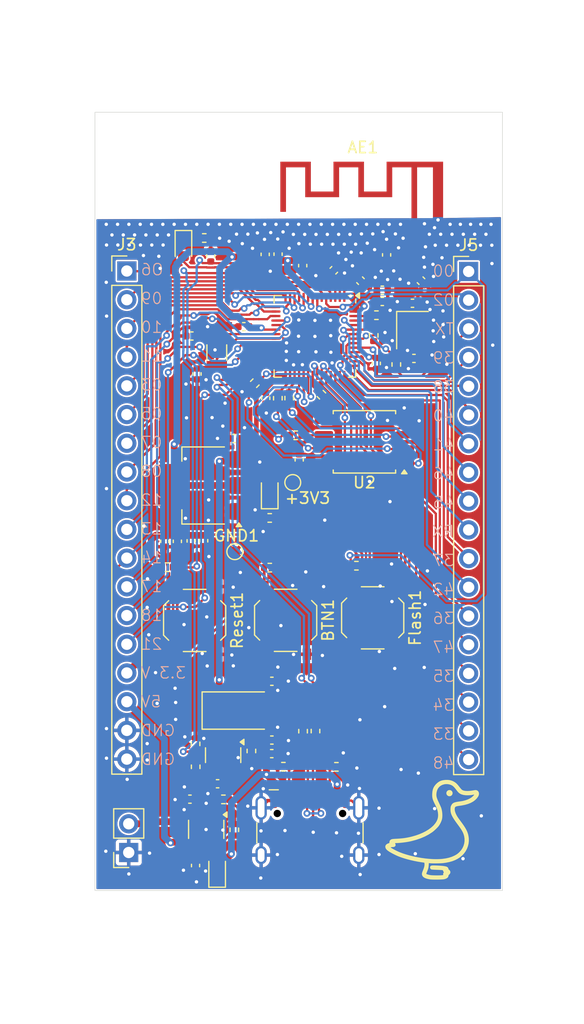
<source format=kicad_pcb>
(kicad_pcb (version 20241229) (generator "pcbnew") (generator_version "9.0")
  (layers (0 "F.Cu" signal) (2 "B.Cu" signal) (13 "F.Paste" user) (15 "B.Paste" user) (5 "F.SilkS" user "F.Silkscreen") (7 "B.SilkS" user "B.Silkscreen") (1 "F.Mask" user) (3 "B.Mask" user) (25 "Edge.Cuts" user))
  (net 0 "")
  (net 1 "GND")
  (net 2 "IO0")
  (net 3 "5V")
  (net 4 "EN")
  (net 5 "VDD_SPI")
  (net 6 "SPIQ")
  (net 7 "SPIWP")
  (net 8 "SPIHD")
  (net 9 "SPID")
  (net 10 "VSYS")
  (net 11 "IO14")
  (net 12 "Net-(D3-K)")
  (net 13 "VDD_CPU")
  (net 14 "Net-(J1-CC2)")
  (net 15 "Net-(J1-CC1)")
  (net 16 "Net-(C4-Pad1)")
  (net 17 "Net-(C14-Pad1)")
  (net 18 "XTAL32N")
  (net 19 "Net-(U1-LNA_IN)")
  (net 20 "Net-(U3-PROG)")
  (net 21 "Net-(C19-Pad1)")
  (net 22 "IO21")
  (net 23 "Net-(U3-STAT)")
  (net 24 "IO4{slash}BAT")
  (net 25 "IO17{slash}SCL")
  (net 26 "IO18{slash}SDA")
  (net 27 "Net-(U1-XTAL_N)")
  (net 28 "Net-(U1-XTAL_P)")
  (net 29 "TX")
  (net 30 "IO45")
  (net 31 "Net-(U1-U0TXD)")
  (net 32 "Net-(U1-SPID)")
  (net 33 "Net-(U1-SPIQ)")
  (net 34 "Net-(U1-SPICLK)")
  (net 35 "Net-(U1-SPIWP)")
  (net 36 "XTAL32P")
  (net 37 "VBAT")
  (net 38 "SPICS0")
  (net 39 "IO3")
  (net 40 "IO2")
  (net 41 "IO13")
  (net 42 "IO12")
  (net 43 "IO11")
  (net 44 "IO10")
  (net 45 "IO1")
  (net 46 "Net-(D1-K)")
  (net 47 "Net-(D2-K)")
  (net 48 "Net-(U1-SPIHD)")
  (net 49 "IO6")
  (net 50 "IO42")
  (net 51 "IO9")
  (net 52 "IO48")
  (net 53 "IO47")
  (net 54 "IO38")
  (net 55 "IO36")
  (net 56 "IO7")
  (net 57 "IO8")
  (net 58 "IO35")
  (net 59 "IO34")
  (net 61 "RX")
  (net 62 "IO40")
  (net 63 "IO41")
  (net 64 "IO37")
  (net 65 "IO39")
  (net 66 "IO46")
  (net 67 "IO5")
  (net 68 "IO33")
  (net 69 "SPISCK")
  (net 70 "Net-(AE1-FEED)")
  (net 71 "USB_D-")
  (net 72 "USB_D+")
  (footprint "Capacitor_SMD:C_0402_1005Metric" (layer "F.Cu") (at 166.41 56.875)
    (property "Reference" "C39" (hide yes))
    (property "Value" "1uF")
  )
  (footprint "Capacitor_SMD:C_0402_1005Metric" (layer "F.Cu") (at 169.08 58.035)
    (property "Reference" "C4" (hide yes))
    (property "Value" "12pF")
  )
  (footprint "Resistor_SMD:R_0402_1005Metric" (layer "F.Cu") (at 158.75 69.715)
    (property "Reference" "R28" (hide yes))
    (property "Value" "0R")
  )
  (footprint "Capacitor_SMD:C_0402_1005Metric" (layer "F.Cu") (at 157.19 53.69 90)
    (property "Reference" "C26" (hide yes))
    (property "Value" "1uF")
  )
  (footprint "Capacitor_SMD:C_0402_1005Metric" (layer "F.Cu") (at 153.3 70 180)
    (property "Reference" "C7" (hide yes))
    (property "Value" "10uF")
  )
  (footprint "Capacitor_SMD:C_0402_1005Metric" (layer "F.Cu") (at 156.1 66.435 -90)
    (property "Reference" "C13" (hide yes))
    (property "Value" "1uF")
  )
  (footprint "Resistor_SMD:R_0402_1005Metric" (layer "F.Cu") (at 164.12 81.2525 180)
    (property "Reference" "R21" (hide yes))
    (property "Value" "10K")
  )
  (footprint "Capacitor_SMD:C_0402_1005Metric" (layer "F.Cu") (at 165.88 63.355 -90)
    (property "Reference" "C11" (hide yes))
    (property "Value" "0.1uF")
  )
  (footprint "Resistor_SMD:R_0402_1005Metric" (layer "F.Cu") (at 160.5 95.88 90)
    (property "Reference" "R2" (hide yes))
    (property "Value" "33R")
  )
  (footprint "LED_SMD:LED_0603_1608Metric" (layer "F.Cu") (at 156.45 74.7275 90)
    (property "Reference" "D2" (hide yes))
    (property "Value" "LED")
  )
  (footprint "Resistor_SMD:R_0402_1005Metric" (layer "F.Cu") (at 154.83 97.64 90)
    (property "Reference" "R20" (hide yes))
    (property "Value" "100K")
  )
  (footprint "Resistor_SMD:R_0402_1005Metric" (layer "F.Cu") (at 153.32 104.615 -90)
    (property "Reference" "R1" (hide yes))
    (property "Value" "2K")
  )
  (footprint "Capacitor_SMD:C_0402_1005Metric" (layer "F.Cu") (at 169.21 62.915)
    (property "Reference" "C33" (hide yes))
    (property "Value" "12pF")
  )
  (footprint "Resistor_SMD:R_0402_1005Metric" (layer "F.Cu") (at 159.4 95.89 90)
    (property "Reference" "R18" (hide yes))
    (property "Value" "33R")
  )
  (footprint "Capacitor_SMD:C_0402_1005Metric" (layer "F.Cu") (at 150.02 64.29 -90)
    (property "Reference" "C37" (hide yes))
    (property "Value" "12pF")
  )
  (footprint "Library:logo" (layer "F.Cu") (at 170.821779 104.522242)
    (property "Reference" "G***" (hide yes))
    (property "Value" "LOGO" (hide yes))
  )
  (footprint "Capacitor_SMD:C_0402_1005Metric" (layer "F.Cu") (at 164.48 56.035 -45)
    (property "Reference" "DNP1" (hide yes))
    (property "Value" "15pF")
  )
  (footprint "Connector_USB:USB_C_Receptacle_HCTL_HC-TYPE-C-16P-01A" (layer "F.Cu") (at 160.01 105.775)
    (property "Reference" "J1" (hide yes))
    (property "Value" "USB_C_Receptacle_USB2.0_14P")
  )
  (footprint "Capacitor_SMD:C_0402_1005Metric" (layer "F.Cu") (at 151.84 100.54 180)
    (property "Reference" "C8" (hide yes))
    (property "Value" "10uF")
  )
  (footprint "Resistor_SMD:R_0402_1005Metric" (layer "F.Cu") (at 155.13 65.105 -135)
    (property "Reference" "R27" (hide yes))
    (property "Value" "0R")
  )
  (footprint "Resistor_SMD:R_0402_1005Metric" (layer "F.Cu") (at 165.89 59.09 180)
    (property "Reference" "R23" (hide yes))
    (property "Value" "0R")
  )
  (footprint "Resistor_SMD:R_0402_1005Metric" (layer "F.Cu") (at 167.65 63.45 -90)
    (property "Reference" "R24" (hide yes))
    (property "Value" "470R")
  )
  (footprint "Button_Switch_SMD:SW_Push_1P1T_XKB_TS-1187A" (layer "F.Cu") (at 157.86 86.0825 -90)
    (property "Reference" "BTN1")
    (property "Value" "BTN")
  )
  (footprint "Capacitor_SMD:C_0402_1005Metric" (layer "F.Cu") (at 148.28 79.095 -90)
    (property "Reference" "C20" (hide yes))
    (property "Value" "10uF")
  )
  (footprint "Diode_SMD:D_SMA" (layer "F.Cu") (at 153.98 94.065)
    (property "Reference" "D4" (hide yes))
    (property "Value" "SS14")
  )
  (footprint "Package_TO_SOT_SMD:SOT-23" (layer "F.Cu") (at 152.33 98.0125 -90)
    (property "Reference" "Q1" (hide yes))
    (property "Value" "AO3401A")
  )
  (footprint "Resistor_SMD:R_0402_1005Metric" (layer "F.Cu") (at 156.455 81.4225 180)
    (property "Reference" "R4" (hide yes))
    (property "Value" "10K")
  )
  (footprint "Connector_PinSocket_2.54mm:PinSocket_1x02_P2.54mm_Vertical" (layer "F.Cu") (at 143.9775 106.6225 180)
    (property "Reference" "J2" (hide yes))
    (property "Value" "Conn_01x02_Pin")
  )
  (footprint "Capacitor_SMD:C_0402_1005Metric" (layer "F.Cu") (at 149.3925 101.9025 180)
    (property "Reference" "C2" (hide yes))
    (property "Value" "10uF")
  )
  (footprint "Resistor_SMD:R_0402_1005Metric" (layer "F.Cu") (at 162.35 99.045 180)
    (property "Reference" "R17" (hide yes))
    (property "Value" "5.1K")
  )
  (footprint "LED_SMD:LED_0603_1608Metric" (layer "F.Cu") (at 148.8175 53.0825 -90)
    (property "Reference" "D3" (hide yes))
    (property "Value" "LED")
  )
  (footprint "Connector_PinHeader_2.54mm:PinHeader_1x18_P2.54mm_Vertical" (layer "F.Cu") (at 143.81 55.18)
    (property "Reference" "J3")
    (property "Value" "Conn_01x18_Pin")
  )
  (footprint "Resistor_SMD:R_0402_1005Metric" (layer "F.Cu") (at 149.89 97.01 90)
    (property "Reference" "R19" (hide yes))
    (property "Value" "200K")
  )
  (footprint "TestPoint:TestPoint_Pad_D1.0mm" (layer "F.Cu") (at 153.36 80.0125)
    (property "Reference" "GND1")
    (property "Value" "GND")
  )
  (footprint "RF_Antenna:Texas_SWRA117D_2.4GHz_Left" (layer "F.Cu") (at 169.24 50.66)
    (property "Reference" "AE1")
    (property "Value" "Antenna")
  )
  (footprint "Capacitor_SMD:C_0402_1005Metric" (layer "F.Cu") (at 149.89 107.775 -90)
    (property "Reference" "C36" (hide yes))
    (property "Value" "10uF")
  )
  (footprint "Resistor_SMD:R_0402_1005Metric" (layer "F.Cu") (at 165.65 60.875 -90)
    (property "Reference" "R31" (hide yes))
    (property "Value" "DNP")
  )
  (footprint "Capacitor_SMD:C_0402_1005Metric" (layer "F.Cu") (at 151.235 53.8575 90)
    (property "Reference" "C15" (hide yes))
    (property "Value" "0.1uF")
  )
  (footprint "Capacitor_SMD:C_0402_1005Metric" (layer "F.Cu") (at 166.41 57.875)
    (property "Reference" "C40" (hide yes))
    (property "Value" "10nF")
  )
  (footprint "Capacitor_SMD:C_0402_1005Metric" (layer "F.Cu") (at 156.63 97.875)
    (property "Reference" "C16" (hide yes))
    (property "Value" "10uF")
  )
  (footprint "Capacitor_SMD:C_0402_1005Metric" (layer "F.Cu") (at 162.12 55.115 45)
    (property "Reference" "C19" (hide yes))
    (property "Value" "0.1uF")
  )
  (footprint "Capacitor_SMD:C_0402_1005Metric" (layer "F.Cu") (at 154.16 60.105 180)
    (property "Reference" "C10" (hide yes))
    (property "Value" "0.1uF")
  )
  (footprint "Resistor_SMD:R_0402_1005Metric" (layer "F.Cu") (at 161.02 66.125 -45)
    (property "Reference" "R26" (hide yes))
    (property "Value" "0R")
  )
  (footprint "Inductor_SMD:L_0402_1005Metric" (layer "F.Cu") (at 165.19 54.655 45)
    (property "Reference" "L6" (hide yes))
    (property "Value" "4.7nH")
  )
  (footprint "Crystal:Crystal_SMD_2520-4Pin_2.5x2.0mm" (layer "F.Cu") (at 169.08 60.41 -90)
    (property "Reference" "Y2" (hide yes))
    (property "Value" "40MHz(10ppm)")
  )
  (footprint "Resistor_SMD:R_0402_1005Metric" (layer "F.Cu") (at 158.175 66.425 -90)
    (property "Reference" "R29" (hide yes))
    (property "Value" "0R")
  )
  (footprint "Package_TO_SOT_SMD:SOT-223-3_TabPin2" (layer "F.Cu") (at 150.59 74.155 180)
    (property "Reference" "U4" (hide yes))
    (property "Value" "AMS1117-3.3")
  )
  (footprint "Capacitor_SMD:C_0402_1005Metric" (layer "F.Cu") (at 159.06 71.885 90)
    (property "Reference" "C32" (hide yes))
    (property "Value" "0.1uF")
  )
  (footprint "LED_SMD:LED_0603_1608Metric" (layer "F.Cu") (at 151.8 108.2075 90)
    (property "Reference" "D1" (hide yes))
    (property "Value" "LED")
  )
  (footprint "Resistor_SMD:R_0402_1005Metric" (layer "F.Cu") (at 149.9 99.04 90)
    (property "Reference" "R12" (hide yes))
    (property "Value" "200K")
  )
  (footprint "Capacitor_SMD:C_0402_1005Metric" (layer "F.Cu") (at 169.83442 56.035 -45)
    (property "Reference" "C14" (hide yes))
    (property "Value" "DNP")
  )
  (footprint "Inductor_SMD:L_0402_1005Metric" (layer "F.Cu") (at 168.391473 54.592053 135)
    (property "Reference" "L5" (hide yes))
    (property "Value" "DNP")
  )
  (footprint "Capacitor_SMD:C_0402_1005Metric" (layer "F.Cu") (at 147.17 79.095 -90)
    (property "Reference" "C3" (hide yes))
    (property "Value" "10uF")
  )
  (footprint "Package_DFN_QFN:QFN-56-1EP_7x7mm_P0.4mm_EP4x4mm" (layer "F.Cu") (at 160.45 60.965 -90)
    (property "Reference" "U1" (hide yes))
    (property "Value" "ESP32-S3")
  )
  (footprint "Capacitor_SMD:C_0402_1005Metric" (layer "F.Cu") (at 149.5 79.055 -90)
    (property "Reference" "C35" (hide yes))
    (property "Value" "0.1uF")
  )
  (footprint "Package_TO_SOT_SMD:SOT-23-5" (layer "F.Cu") (at 150.8325 104.575 -90)
    (property "Reference" "U3" (hide yes))
    (property "Value" "MCP73831-2-OT")
  )
  (footprint "Capacitor_SMD:C_0402_1005Metric" (layer "F.Cu") (at 156.64 96.675)
    (property "Reference" "C6" (hide yes))
    (property "Value" "10uF")
  )
  (footprint "Resistor_SMD:R_0402_1005Metric" (layer "F.Cu") (at 156.45 77.025 180)
    (property "Reference" "R16" (hide yes))
    (property "Value" "470R")
  )
  (footprint "Capacitor_SMD:C_0402_1005Metric" (layer "F.Cu") (at 156.05 53.71 90)
    (property "Reference" "C25" (hide yes))
    (property "Value" "10uF")
  )
  (footprint "Capacitor_SMD:C_0402_1005Metric" (layer "F.Cu") (at 149.56 60.93 180)
    (property "Reference" "C38" (hide yes))
    (property "Value" "12pF")
  )
  (footprint "Resistor_SMD:R_0402_1005Metric" (layer "F.Cu") (at 152.3525 101.9225)
    (property "Reference" "R15" (hide yes))
    (property "Value" "1K")
  )
  (footprint "Resistor_SMD:R_0402_1005Metric" (layer "F.Cu") (at 147.37 81.3825 180)
    (property "Reference" "R22" (hide yes))
    (property "Value" "10K")
  )
  (footprint "Button_Switch_SMD:SW_Push_1P1T_XKB_TS-1187A" (layer "F.Cu") (at 165.56 85.8625 -90)
    (property "Reference" "Flash1")
    (property "Value" "Flash")
  )
  (footprint "Capacitor_SMD:C_0402_1005Metric" (layer "F.Cu") (at 166.791473 53.755 90)
    (property "Reference" "C31" (hide yes))
    (property "Value" "15pF")
  )
  (footprint "Resistor_SMD:R_0402_1005Metric" (layer "F.Cu") (at 157.66 99.035)
    (property "Reference" "R14" (hide yes))
    (property "Value" "5.1K")
  )
  (footprint "Resistor_SMD:R_0402_1005Metric" (layer "F.Cu") (at 150.66 52.26)
    (property "Reference" "R25" (hide yes))
    (property "Value" "470R")
  )
  (footprint "Inductor_SMD:L_0402_1005Metric" (layer "F.Cu") (at 160.87 54.265)
    (property "Reference" "L3" (hide yes))
    (property "Value" "2nH")
  )
  (footprint "Connector_PinHeader_2.54mm:PinHeader_1x18_P2.54mm_Vertical" (layer "F.Cu") (at 174.05 55.22)
    (property "Reference" "J5")
    (property "Value" "Conn_01x18_Pin")
  )
  (footprint "Resistor_SMD:R_0402_1005Metric" (layer "F.Cu") (at 157.17 66.435 -90)
    (property "Reference" "R30" (hide yes))
    (property "Value" "0R")
  )
  (footprint "Capacitor_SMD:C_0402_1005Metric" (layer "F.Cu") (at 159.37 54.705 -90)
    (property "Reference" "C18" (hide yes))
    (property "Value" "0.1uF")
  )
  (footprint "Capacitor_SMD:C_0402_1005Metric" (layer "F.Cu") (at 156.64 91.475)
    (property "Reference" "C22" (hide yes))
    (property "Value" "0.1uF")
  )
  (footprint "Button_Switch_SMD:SW_Push_1P1T_XKB_TS-1187A" (layer "F.Cu") (at 149.81 86.095 -90)
    (property "Reference" "Reset1")
    (property "Value" "Reset")
  )
  (footprint "Package_SO:SOIC-8_5.3x5.3mm_P1.27mm" (layer "F.Cu") (at 164.83 70.295 180)
    (property "Reference" "U2")
    (property "Value" "W25Q128JVS")
  )
  (footprint "Capacitor_SMD:C_0402_1005Metric" (layer "F.Cu") (at 150.61 79.045 -90)
    (property "Reference" "C17" (hide yes))
    (property "Value" "10uF")
  )
  (footprint "TestPoint:TestPoint_Pad_D1.0mm" (layer "F.Cu") (at 158.49 73.8925)
    (property "Reference" "+3V3")
    (property "Value" "+3V3")
  )
  (footprint "Crystal:Crystal_SMD_3215-2Pin_3.2x1.5mm" (layer "F.Cu") (at 151.77 62.39 -90)
    (property "Reference" "Y1" (hide yes))
    (property "Value" "32.768 kHz")
  )
  (gr_arc (start 169.243221 52.635) (mid 168.938927 53.608324) (end 168.13442 54.235) (stroke (width 0.6)) (layer "F.Cu") (net 70))
  (gr_line (start 161.87 67.96) (end 161.87 68.25) (stroke (width 0.2)) (layer "F.Cu") (net 9))
  (gr_arc (start 161.705013 55.330368) (mid 161.460001 54.995001) (end 161.376678 54.588112) (stroke (width 0.6)) (layer "F.Cu") (net 21))
  (gr_rect (start 140.99 41.135) (end 177.04 109.985) (stroke (width 0.05)) (fill no) (layer "Edge.Cuts"))
  (gr_text "03" (at 147.014762 65.832941 0) (layer "B.SilkS") (effects (font (size 1 1) (thickness 0.1)) (justify left bottom mirror)))
  (gr_text "O6" (at 147.11 55.64 0) (layer "B.SilkS") (effects (font (size 1 1) (thickness 0.1)) (justify left bottom mirror)))
  (gr_text "3.3 V" (at 149.11 91.315294 0) (layer "B.SilkS") (effects (font (size 1 1) (thickness 0.1)) (justify left bottom mirror)))
  (gr_text "46" (at 172.84 73.69 0) (layer "B.SilkS") (effects (font (size 1 1) (thickness 0.1)) (justify left bottom mirror)))
  (gr_text "17" (at 147.014762 83.670588 0) (layer "B.SilkS") (effects (font (size 1 1) (thickness 0.1)) (justify left bottom mirror)))
  (gr_text "38" (at 172.84 66.01 0) (layer "B.SilkS") (effects (font (size 1 1) (thickness 0.1)) (justify left bottom mirror)))
  (gr_text "10" (at 147.014762 60.736471 0) (layer "B.SilkS") (effects (font (size 1 1) (thickness 0.1)) (justify left bottom mirror)))
  (gr_text "5V" (at 146.919524 93.863529 0) (layer "B.SilkS") (effects (font (size 1 1) (thickness 0.1)) (justify left bottom mirror)))
  (gr_text "36" (at 172.84 86.49 0) (layer "B.SilkS") (effects (font (size 1 1) (thickness 0.1)) (justify left bottom mirror)))
  (gr_text "13" (at 147.014762 78.574118 0) (layer "B.SilkS") (effects (font (size 1 1) (thickness 0.1)) (justify left bottom mirror)))
  (gr_text "48" (at 172.84 99.29 0) (layer "B.SilkS") (effects (font (size 1 1) (thickness 0.1)) (justify left bottom mirror)))
  (gr_text "45" (at 172.84 76.25 0) (layer "B.SilkS") (effects (font (size 1 1) (thickness 0.1)) (justify left bottom mirror)))
  (gr_text "RX" (at 172.84 78.81 0) (layer "B.SilkS") (effects (font (size 1 1) (thickness 0.1)) (justify left bottom mirror)))
  (gr_text "34" (at 172.84 94.17 0) (layer "B.SilkS") (effects (font (size 1 1) (thickness 0.1)) (justify left bottom mirror)))
  (gr_text "00" (at 172.84 55.77 0) (layer "B.SilkS") (effects (font (size 1 1) (thickness 0.1)) (justify left bottom mirror)))
  (gr_text "12" (at 147.014762 76.025882 0) (layer "B.SilkS") (effects (font (size 1 1) (thickness 0.1)) (justify left bottom mirror)))
  (gr_text "42" (at 172.84 83.93 0) (layer "B.SilkS") (effects (font (size 1 1) (thickness 0.1)) (justify left bottom mirror)))
  (gr_text "08\n" (at 147.014762 73.477647 0) (layer "B.SilkS") (effects (font (size 1 1) (thickness 0.1)) (justify left bottom mirror)))
  (gr_text "35" (at 172.84 91.61 0) (layer "B.SilkS") (effects (font (size 1 1) (thickness 0.1)) (justify left bottom mirror)))
  (gr_text "18" (at 147.014762 86.218824 0) (layer "B.SilkS") (effects (font (size 1 1) (thickness 0.1)) (justify left bottom mirror)))
  (gr_text "33" (at 172.84 96.73 0) (layer "B.SilkS") (effects (font (size 1 1) (thickness 0.1)) (justify left bottom mirror)))
  (gr_text "07" (at 147.014762 70.929412 0) (layer "B.SilkS") (effects (font (size 1 1) (thickness 0.1)) (justify left bottom mirror)))
  (gr_text "05" (at 147.014762 68.381176 0) (layer "B.SilkS") (effects (font (size 1 1) (thickness 0.1)) (justify left bottom mirror)))
  (gr_text "47" (at 172.84 89.05 0) (layer "B.SilkS") (effects (font (size 1 1) (thickness 0.1)) (justify left bottom mirror)))
  (gr_text "11" (at 147.014762 63.284706 0) (layer "B.SilkS") (effects (font (size 1 1) (thickness 0.1)) (justify left bottom mirror)))
  (gr_text "21" (at 147.014762 88.767059 0) (layer "B.SilkS") (effects (font (size 1 1) (thickness 0.1)) (justify left bottom mirror)))
  (gr_text "39" (at 172.84 63.45 0) (layer "B.SilkS") (effects (font (size 1 1) (thickness 0.1)) (justify left bottom mirror)))
  (gr_text "14" (at 147.014762 81.122353 0) (layer "B.SilkS") (effects (font (size 1 1) (thickness 0.1)) (justify left bottom mirror)))
  (gr_text "37" (at 172.84 81.37 0) (layer "B.SilkS") (effects (font (size 1 1) (thickness 0.1)) (justify left bottom mirror)))
  (gr_text "41" (at 172.84 71.13 0) (layer "B.SilkS") (effects (font (size 1 1) (thickness 0.1)) (justify left bottom mirror)))
  (gr_text "GND" (at 148.157619 96.411765 0) (layer "B.SilkS") (effects (font (size 1 1) (thickness 0.1)) (justify left bottom mirror)))
  (gr_text "09" (at 147.014762 58.188235 0) (layer "B.SilkS") (effects (font (size 1 1) (thickness 0.1)) (justify left bottom mirror)))
  (gr_text "GND" (at 148.157619 98.96 0) (layer "B.SilkS") (effects (font (size 1 1) (thickness 0.1)) (justify left bottom mirror)))
  (gr_text "TX" (at 172.84 60.89 0) (layer "B.SilkS") (effects (font (size 1 1) (thickness 0.1)) (justify left bottom mirror)))
  (gr_text "40" (at 172.84 68.57 0) (layer "B.SilkS") (effects (font (size 1 1) (thickness 0.1)) (justify left bottom mirror)))
  (gr_text "02" (at 172.84 58.33 0) (layer "B.SilkS") (effects (font (size 1 1) (thickness 0.1)) (justify left bottom mirror)))
  (segment (start 156.1 67.695) (end 156.15 67.745) (width 0.2) (layer "F.Cu") (net 1))
  (segment (start 163.21 102.03) (end 163.69 102.03) (width 0.2) (layer "F.Cu") (net 1))
  (segment (start 155.94 77.025) (end 154.31 77.025) (width 0.6) (layer "F.Cu") (net 1))
  (segment (start 154.31 77.025) (end 153.74 76.455) (width 0.6) (layer "F.Cu") (net 1))
  (segment (start 155.88 100.98) (end 155.88 101.1) (width 0.2) (layer "F.Cu") (net 1))
  (segment (start 163.69 102.03) (end 164.33 102.67) (width 0.2) (layer "F.Cu") (net 1))
  (segment (start 168.64 62.205) (end 168.64 61.545) (width 0.2) (layer "F.Cu") (net 1))
  (segment (start 165.51 55.745) (end 164.880589 56.374411) (width 0.2) (layer "F.Cu") (net 1))
  (segment (start 153.68 60.105) (end 150.955 60.105) (width 0.4) (layer "F.Cu") (net 1))
  (segment (start 156.63 101.19) (end 156.8 101.36) (width 0.2) (layer "F.Cu") (net 1))
  (segment (start 155.88 101.1) (end 155.97 101.19) (width 0.2) (layer "F.Cu") (net 1))
  (segment (start 156.81 102.03) (end 156.33 102.03) (width 0.2) (layer "F.Cu") (net 1))
  (segment (start 155.97 101.19) (end 156.63 101.19) (width 0.2) (layer "F.Cu") (net 1))
  (segment (start 163.21 100.79) (end 163.35 100.65) (width 0.2) (layer "F.Cu") (net 1))
  (segment (start 165.79 55.745) (end 165.51 55.745) (width 0.2) (layer "F.Cu") (net 1))
  (segment (start 156.1 66.915) (end 156.1 67.695) (width 0.2) (layer "F.Cu") (net 1))
  (segment (start 156.33 102.03) (end 155.69 102.67) (width 0.2) (layer "F.Cu") (net 1))
  (segment (start 156.8 102.02) (end 156.81 102.03) (width 0.2) (layer "F.Cu") (net 1))
  (segment (start 168.78 62.965) (end 168.73 62.915) (width 0.2) (layer "F.Cu") (net 1))
  (segment (start 168.64 61.545) (end 168.38 61.285) (width 0.2) (layer "F.Cu") (net 1))
  (segment (start 164.880589 56.374411) (end 164.819411 56.374411) (width 0.2) (layer "F.Cu") (net 1))
  (segment (start 156.8 101.36) (end 156.8 102.02) (width 0.2) (layer "F.Cu") (net 1))
  (segment (start 153.57 76.5925) (end 153.72 76.7425) (width 0.2) (layer "F.Cu") (net 1))
  (segment (start 163.21 102.03) (end 163.21 100.79) (width 0.2) (layer "F.Cu") (net 1))
  (via (at 167.1 58.66) (size 0.6) (drill 0.3) (layers "F.Cu" "B.Cu") (net 1))
  (via (at 167.57 51.9) (size 0.6) (drill 0.3) (layers "F.Cu" "B.Cu") (net 1))
  (via (at 167.09 75.58) (size 0.6) (drill 0.3) (layers "F.Cu" "B.Cu") (net 1))
  (via (at 172.41 51.05) (size 0.6) (drill 0.3) (layers "F.Cu" "B.Cu") (net 1))
  (via (at 163.07 55.36) (size 0.6) (drill 0.3) (layers "F.Cu" "B.Cu") (net 1))
  (via (at 150.92 90.12) (size 0.6) (drill 0.3) (layers "F.Cu" "B.Cu") (net 1))
  (via (at 161.32 77.22) (size 0.6) (drill 0.3) (layers "F.Cu" "B.Cu") (net 1))
  (via (at 174.578846 51.93) (size 0.6) (drill 0.3) (layers "F.Cu" "B.Cu") (net 1))
  (via (at 171.094231 52.9) (size 0.6) (drill 0.3) (layers "F.Cu" "B.Cu") (net 1))
  (via (at 144.993462 51.05) (size 0.6) (drill 0.3) (layers "F.Cu" "B.Cu") (net 1))
  (via (at 158.56 89.1) (size 0.6) (drill 0.3) (layers "F.Cu" "B.Cu") (net 1))
  (via (at 163.66 53.51) (size 0.6) (drill 0.3) (layers "F.Cu" "B.Cu") (net 1))
  (via (at 158.11 96.72) (size 0.6) (drill 0.3) (layers "F.Cu" "B.Cu") (net 1))
  (via (at 172.12 63.43) (size 0.6) (drill 0.3) (layers "F.Cu" "B.Cu") (net 1))
  (via (at 171.03 51.35) (size 0.6) (drill 0.3) (layers "F.Cu" "B.Cu") (net 1))
  (via (at 162.36 104.88) (size 0.6) (drill 0.3) (layers "F.Cu" "B.Cu") (net 1))
  (via (at 152.86 52.55) (size 0.6) (drill 0.3) (layers "F.Cu" "B.Cu") (net 1))
  (via (at 158.008462 51.05) (size 0.6) (drill 0.3) (layers "F.Cu" "B.Cu") (net 1))
  (via (at 170.19 84.68) (size 0.6) (drill 0.3) (layers "F.Cu" "B.Cu") (net 1))
  (via (at 157.13 106.8) (size 0.6) (drill 0.3) (layers "F.Cu" "B.Cu") (net 1))
  (via (at 166.62 93.72) (size 0.6) (drill 0.3) (layers "F.Cu" "B.Cu") (net 1))
  (via (at 170.94 55.66) (size 0.6) (drill 0.3) (layers "F.Cu" "B.Cu") (net 1))
  (via (at 167.98 55.91) (size 0.6) (drill 0.3) (layers "F.Cu" "B.Cu") (net 1))
  (via (at 170.91 60.47) (size 0.6) (drill 0.3) (layers "F.Cu" "B.Cu") (net 1))
  (via (at 148.98 71.79) (size 0.6) (drill 0.3) (layers "F.Cu" "B.Cu") (net 1))
  (via (at 145.31 77.74) (size 0.6) (drill 0.3) (layers "F.Cu" "B.Cu") (net 1))
  (via (at 155.36 51.81) (size 0.6) (drill 0.3) (layers "F.Cu" "B.Cu") (net 1))
  (via (at 158.48 83) (size 0.6) (drill 0.3) (layers "F.Cu" "B.Cu") (net 1))
  (via (at 143.015385 52.88) (size 0.6) (drill 0.3) (layers "F.Cu" "B.Cu") (net 1))
  (via (at 146.76 54.95) (size 0.6) (drill 0.3) (layers "F.Cu" "B.Cu") (net 1))
  (via (at 149 77.05) (size 0.6) (drill 0.3) (layers "F.Cu" "B.Cu") (net 1))
  (via (at 166.79 52.37) (size 0.6) (drill 0.3) (layers "F.Cu" "B.Cu") (net 1))
  (via (at 149.04 65.18) (size 0.6) (drill 0.3) (layers "F.Cu" "B.Cu") (net 1))
  (via (at 162.82 106.96) (size 0.6) (drill 0.3) (layers "F.Cu" "B.Cu") (net 1))
  (via (at 155.57 72.08) (size 0.6) (drill 0.3) (layers "F.Cu" "B.Cu") (net 1))
  (via (at 165.567693 51.9) (size 0.6) (drill 0.3) (layers "F.Cu" "B.Cu") (net 1))
  (via (at 170.81 62.61) (size 0.6) (drill 0.3) (layers "F.Cu" "B.Cu") (net 1))
  (via (at 164.16 99.15) (size 0.6) (drill 0.3) (layers "F.Cu" "B.Cu") (net 1))
  (via (at 153.002692 51.05) (size 0.6) (drill 0.3) (layers "F.Cu" "B.Cu") (net 1))
  (via (at 160.45 59.55) (size 0.6) (drill 0.3) (layers "F.Cu" "B.Cu") (net 1))
  (via (at 150.78 108.26) (size 0.6) (drill 0.3) (layers "F.Cu" "B.Cu") (net 1))
  (via (at 146.018846 52.88) (size 0.6) (drill 0.3) (layers "F.Cu" "B.Cu") (net 1))
  (via (at 145.61 98.44) (size 0.6) (drill 0.3) (layers "F.Cu" "B.Cu") (net 1))
  (via (at 153.22 83.15) (size 0.6) (drill 0.3) (layers "F.Cu" "B.Cu") (net 1))
  (via (at 150.62 96.53) (size 0.6) (drill 0.3) (layers "F.Cu" "B.Cu") (net 1))
  (via (at 176.18 61.74) (size 0.6) (drill 0.3) (layers "F.Cu" "B.Cu") (net 1))
  (via (at 142.02 59.17) (size 0.6) (drill 0.3) (layers "F.Cu" "B.Cu") (net 1))
  (via (at 164.542307 53.58) (size 0.6) (drill 0.3) (layers "F.Cu" "B.Cu") (net 1))
  (via (at 166.88 55.94) (size 0.6) (drill 0.3) (layers "F.Cu" "B.Cu") (net 1))
  (via (at 160.3 104.83) (size 0.6) (drill 0.3) (layers "F.Cu" "B.Cu") (net 1))
  (via (at 148.13 93.35) (size 0.6) (drill 0.3) (layers "F.Cu" "B.Cu") (net 1))
  (via (at 175.58 51.93) (size 0.6) (drill 0.3) (layers "F.Cu" "B.Cu") (net 1))
  (via (at 162.548846 51.94) (size 0.6) (drill 0.3) (layers "F.Cu" "B.Cu") (net 1))
  (via (at 148.9 100.82) (size 0.6) (drill 0.3) (layers "F.Cu" "B.Cu") (net 1))
  (via (at 148.998077 51.05) (size 0.6) (drill 0.3) (layers "F.Cu" "B.Cu") (net 1))
  (via (at 160.546539 51.94) (size 0.6) (drill 0.3) (layers "F.Cu" "B.Cu") (net 1))
  (via (at 147.02 52.88) (size 0.6) (drill 0.3) (layers "F.Cu" "B.Cu") (net 1))
  (via (at 151.61 62.16) (size 0.6) (drill 0.3) (layers "F.Cu" "B.Cu") (net 1))
  (via (at 142.01 95.66) (size 0.6) (drill 0.3) (layers "F.Cu" "B.Cu") (net 1))
  (via (at 176.1 52.9) (size 0.6) (drill 0.3) (layers "F.Cu" "B.Cu") (net 1))
  (via (at 155.99 52.38) (size 0.6) (drill 0.3) (layers "F.Cu" "B.Cu") (net 1))
  (via (at 166.23 83.05) (size 0.6) (drill 0.3) (layers "F.Cu" "B.Cu") (net 1))
  (via (at 156.006154 51.05) (size 0.6) (drill 0.3) (layers "F.Cu" "B.Cu") (net 1))
  (via (at 159.009615 51.05) (size 0.6) (drill 0.3) (layers "F.Cu" "B.Cu") (net 1))
  (via (at 143.99 108.52) (size 0.6) (drill 0.3) (layers "F.Cu" "B.Cu") (net 1))
  (via (at 155.16 76.31) (size 0.6) (drill 0.3) (layers "F.Cu" "B.Cu") (net 1))
  (via (at 154.516539 51.92) (size 0.6) (drill 0.3) (layers "F.Cu" "B.Cu") (net 1))
  (via (at 151.03 77.23) (size 0.6) (drill 0.3) (layers "F.Cu" "B.Cu") (net 1))
  (via (at 173.55 107.17) (size 0.6) (drill 0.3) (layers "F.Cu" "B.Cu") (net 1))
  (via (at 142.991154 51.05) (size 0.6) (drill 0.3) (layers "F.Cu" "B.Cu") (net 1))
  (via (at 163.014231 51.05) (size 0.6) (drill 0.3) (layers "F.Cu" "B.Cu") (net 1))
  (via (at 147.996923 51.05) (size 0.6) (drill 0.3) (layers "F.Cu" "B.Cu") (net 1))
  (via (at 161.22 83.1) (size 0.6) (drill 0.3) (layers "F.Cu" "B.Cu") (net 1))
  (via (at 153.515385 51.92) (size 0.6) (drill 0.3) (layers "F.Cu" "B.Cu") (net 1))
  (via (at 150.83 102.27) (size 0.6) (drill 0.3) (layers "F.Cu" "B.Cu") (net 1))
  (via (at 157.92 62.29) (size 0.6) (drill 0.3) (layers "F.Cu" "B.Cu") (net 1))
  (via (at 148.87 86.46) (size 0.6) (drill 0.3) (layers "F.Cu" "B.Cu") (net 1))
  (via (at 159.64 81.8) (size 0.6) (drill 0.3) (layers "F.Cu" "B.Cu") (net 1))
  (via (at 167.29 61.34) (size 0.6) (drill 0.3) (layers "F.Cu" "B.Cu") (net 1))
  (via (at 169.6 99.6) (size 0.6) (drill 0.3) (layers "F.Cu" "B.Cu") (net 1))
  (via (at 157.15 95.54) (size 0.6) (drill 0.3) (layers "F.Cu" "B.Cu") (net 1))
  (via (at 159.03 52.76) (size 0.6) (drill 0.3) (layers "F.Cu" "B.Cu") (net 1))
  (via (at 150.98 101.41) (size 0.6) (drill 0.3) (layers "F.Cu" "B.Cu") (net 1))
  (via (at 148.08 101.94) (size 0.6) (drill 0.3) (layers "F.Cu" "B.Cu") (net 1))
  (via (at 166.017692 51.05) (size 0.6) (drill 0.3) (layers "F.Cu" "B.Cu") (net 1))
  (via (at 171.04 102.74) (size 0.6) (drill 0.3) (layers "F.Cu" "B.Cu") (net 1))
  (via (at 174.22 51.05) (size 0.6) (drill 0.3) (layers "F.Cu" "B.Cu") (net 1))
  (via (at 170.94 59.53) (size 0.6) (drill 0.3) (layers "F.Cu" "B.Cu") (net 1))
  (via (at 155.88 100.98) (size 0.6) (drill 0.3) (layers "F.Cu" "B.Cu") (net 1))
  (via (at 154.22 69.04) (size 0.6) (drill 0.3) (layers "F.Cu" "B.Cu") (net 1))
  (via (at 154.86 99.2) (size 0.6) (drill 0.3) (layers "F.Cu" "B.Cu") (net 1))
  (via (at 155.68 104.71) (size 0.6) (drill 0.3) (layers "F.Cu" "B.Cu") (net 1))
  (via (at 163.55 51.94) (size 0.6) (drill 0.3) (layers "F.Cu" "B.Cu") (net 1))
  (via (at 157.63 51.72) (size 0.6) (drill 0.3) (layers "F.Cu" "B.Cu") (net 1))
  (via (at 158.56 63.48) (size 0.6) (drill 0.3) (layers "F.Cu" "B.Cu") (net 1))
  (via (at 166.32 55.19) (size 0.6) (drill 0.3) (layers "F.Cu" "B.Cu") (net 1))
  (via (at 165.28 73.8) (size 0.6) (drill 0.3) (layers "F.Cu" "B.Cu") (net 1))
  (via (at 157.16 52.35) (size 0.6) (drill 0.3) (layers "F.Cu" "B.Cu") (net 1))
  (via (at 166.78 63.72) (size 0.6) (drill 0.3) (layers "F.Cu" "B.Cu") (net 1))
  (via (at 164.43 94.88) (size 0.6) (drill 0.3) (layers "F.Cu" "B.Cu") (net 1))
  (via (at 144.016539 52.88) (size 0.6) (drill 0.3) (layers "F.Cu" "B.Cu") (net 1))
  (via (at 148.13 94.85) (size 0.6) (drill 0.3) (layers "F.Cu" "B.Cu") (net 1))
  (via (at 172.576539 51.93) (size 0.6) (drill 0.3) (layers "F.Cu" "B.Cu") (net 1))
  (via (at 154.6 86.73) (size 0.6) (drill 0.3) (layers "F.Cu" "B.Cu") (net 1))
  (via (at 153.23 90.11) (size 0.6) (drill 0.3) (layers "F.Cu" "B.Cu") (net 1))
  (via (at 143.84 100.15) (size 0.6) (drill 0.3) (layers "F.Cu" "B.Cu") (net 1))
  (via (at 175.098846 52.9) (size 0.6) (drill 0.3) (layers "F.Cu" "B.Cu") (net 1))
  (via (at 146.498846 51.99) (size 0.6) (drill 0.3) (layers "F.Cu" "B.Cu") (net 1))
  (via (at 145.61 96.99) (size 0.6) (drill 0.3) (layers "F.Cu" "B.Cu") (net 1))
  (via (at 168.64 62.205) (size 0.6) (drill 0.3) (layers "F.Cu" "B.Cu") (net 1))
  (via (at 157.44 86.55) (size 0.6) (drill 0.3) (layers "F.Cu" "B.Cu") (net 1))
  (via (at 160.53 55.59) (size 0.6) (drill 0.3) (layers "F.Cu" "B.Cu") (net 1))
  (via (at 160.45 60.965) (size 0.6) (drill 0.3) (layers "F.Cu" "B.Cu") (net 1))
  (via (at 152.02 52.28) (size 0.6) (drill 0.3) (layers "F.Cu" "B.Cu") (net 1))
  (via (at 158.1 91.46) (size 0.6) (drill 0.3) (layers "F.Cu" "B.Cu") (net 1))
  (via (at 153.85 81.85) (size 0.6) (drill 0.3) (layers "F.Cu" "B.Cu") (net 1))
  (via (at 167.23 81.1) (size 0.6) (drill 0.3) (layers "F.Cu" "B.Cu") (net 1))
  (via (at 164.048846 52.81) (size 0.6) (drill 0.3) (layers "F.Cu" "B.Cu") (net 1))
  (via (at 168.02 51.05) (size 0.6) (drill 0.3) (layers "F.Cu" "B.Cu") (net 1))
  (via (at 170.14 51) (size 0.6) (drill 0.3) (layers "F.Cu" "B.Cu") (net 1))
  (via (at 142.01 98.28) (size 0.6) (drill 0.3) (layers "F.Cu" "B.Cu") (net 1))
  (via (at 149.09 68.17) (size 0.6) (drill 0.3) (layers "F.Cu" "B.Cu") (net 1))
  (via (at 168.35 67.29) (size 0.6) (drill 0.3) (layers "F.Cu" "B.Cu") (net 1))
  (via (at 154.93 53.17) (size 0.6) (drill 0.3) (layers "F.Cu" "B.Cu") (net 1))
  (via (at 141.99 56.18) (size 0.6) (drill 0.3) (layers "F.Cu" "B.Cu") (net 1))
  (via (at 143.992308 51.05) (size 0.6) (drill 0.3) (layers "F.Cu" "B.Cu") (net 1))
  (via (at 148.94 96.39) (size 0.6) (drill 0.3) (layers "F.Cu" "B.Cu") (net 1))
  (via (at 164.566539 51.9) (size 0.6) (drill 0.3) (layers "F.Cu" "B.Cu") (net 1))
  (via (at 149.97 109.22) (size 0.6) (drill 0.3) (layers "F.Cu" "B.Cu") (net 1))
  (via (at 170.12 90.25) (size 0.6) (drill 0.3) (layers "F.Cu" "B.Cu") (net 1))
  (via (at 157.8 104.68) (size 0.6) (drill 0.3) (layers "F.Cu" "B.Cu") (net 1))
  (via (at 141.95 106.51) (size 0.6) (drill 0.3) (layers "F.Cu" "B.Cu") (net 1))
  (via (at 159.01 62.32) (size 0.6) (drill 0.3) (layers "F.Cu" "B.Cu") (net 1))
  (via (at 161.86 62.37) (size 0.6) (drill 0.3) (layers "F.Cu" "B.Cu") (net 1))
  (via (at 161.045385 52.81) (size 0.6) (drill 0.3) (layers "F.Cu" "B.Cu") (net 1))
  (via (at 173.577693 51.93) (size 0.6) (drill 0.3) (layers "F.Cu" "B.Cu") (net 1))
  (via (at 163.19 54.16) (size 0.6) (drill 0.3) (layers "F.Cu" "B.Cu") (net 1))
  (via (at 152.001538 51.05) (size 0.6) (drill 0.3) (layers "F.Cu" "B.Cu") (net 1))
  (via (at 169.33 106.73) (size 0.6) (drill 0.3) (layers "F.Cu" "B.Cu") (net 1))
  (via (at 150.88 85.78) (size 0.6) (drill 0.3) (layers "F.Cu" "B.Cu") (net 1))
  (via (at 170.89 54.59) (size 0.6) (drill 0.3) (layers "F.Cu" "B.Cu") (net 1))
  (via (at 167.74 57.89) (size 0.6) (drill 0.3) (layers "F.Cu" "B.Cu") (net 1))
  (via (at 164.3 104.92) (size 0.6) (drill 0.3) (layers "F.Cu" "B.Cu") (net 1))
  (via (at 150.48 89.02) (size 0.6) (drill 0.3) (layers "F.Cu" "B.Cu") (net 1))
  (via (at 165.016538 51.05) (size 0.6) (drill 0.3) (layers "F.Cu" "B.Cu") (net 1))
  (via (at 160.010769 51.05) (size 0.6) (drill 0.3) (layers "F.Cu" "B.Cu") (net 1))
  (via (at 171.84 61.01) (size 0.6) (drill 0.3) (layers "F.Cu" "B.Cu") (net 1))
  (via (at 148.08 92.09) (size 0.6) (drill 0.3) (layers "F.Cu" "B.Cu") (net 1))
  (via (at 175.17 103.38) (size 0.6) (drill 0.3) (layers "F.Cu" "B.Cu") (net 1))
  (via (at 153.66 98.23) (size 0.6) (drill 0.3) (layers "F.Cu" "B.Cu") (net 1))
  (via (at 145.497693 51.99) (size 0.6) (drill 0.3) (layers "F.Cu" "B.Cu") (net 1))
  (via (at 167.42 55.17) (size 0.6) (drill 0.3) (layers "F.Cu" "B.Cu") (net 1))
  (via (at 156.5 55.2) (size 0.6) (drill 0.3) (layers "F.Cu" "B.Cu") (net 1))
  (via (at 157.16 92.28) (size 0.6) (drill 0.3) (layers "F.Cu" "B.Cu") (net 1))
  (via (at 156.54 51.78) (size 0.6) (drill 0.3) (layers "F.Cu" "B.Cu") (net 1))
  (via (at 167.26 84.42) (size 0.6) (drill 0.3) (layers "F.Cu" "B.Cu") (net 1))
  (via (at 176.03 51.05) (size 0.6) (drill 0.3) (layers "F.Cu" "B.Cu") (net 1))
  (via (at 170.574231 51.93) (size 0.6) (drill 0.3) (layers "F.Cu" "B.Cu") (net 1))
  (via (at 142.01 74.43) (size 0.6) (drill 0.3) (layers "F.Cu" "B.Cu") (net 1))
  (via (at 158.08 97.87) (size 0.6) (drill 0.3) (layers "F.Cu" "B.Cu") (net 1))
  (via (at 161.11 89.19) (size 0.6) (drill 0.3) (layers "F.Cu" "B.Cu") (net 1))
  (via (at 146.49 93.43) (size 0.6) (drill 0.3) (layers "F.Cu" "B.Cu") (net 1))
  (via (at 154.003846 51.05) (size 0.6) (drill 0.3) (layers "F.Cu" "B.Cu") (net 1))
  (via (at 161.97 63.31) (size 0.6) (drill 0.3) (layers "F.Cu" "B.Cu") (net 1))
  (via (at 168.74 56.26) (size 0.6) (drill 0.3) (layers "F.Cu" "B.Cu") (net 1))
  (via (at 176.11 54.52) (size 0.6) (drill 0.3) (layers "F.Cu" "B.Cu") (net 1))
  (via (at 150.82 64.8) (size 0.6) (drill 0.3) (layers "F.Cu" "B.Cu") (net 1))
  (via (at 157.94 61.54) (size 0.6) (drill 0.3) (layers "F.Cu" "B.Cu") (net 1))
  (via (at 145.994615 51.05) (size 0.6) (drill 0.3) (layers "F.Cu" "B.Cu") (net 1))
  (via (at 152.3076 104.64) (size 0.6) (drill 0.3) (layers "F.Cu" "B.Cu") (net 1))
  (via (at 170.14 54.84) (size 0.6) (drill 0.3) (layers "F.Cu" "B.Cu") (net 1))
  (via (at 162.013077 51.05) (size 0.6) (drill 0.3) (layers "F.Cu" "B.Cu") (net 1))
  (via (at 168.07 99.28) (size 0.6) (drill 0.3) (layers "F.Cu" "B.Cu") (net 1))
  (via (at 170.63 58.59) (size 0.6) (drill 0.3) (layers "F.Cu" "B.Cu") (net 1))
  (via (at 173.096539 52.9) (size 0.6) (drill 0.3) (layers "F.Cu" "B.Cu") (net 1))
  (via (at 164.45 108.57) (size 0.6) (drill 0.3) (layers "F.Cu" "B.Cu") (net 1))
  (via (at 152.5 66.87) (size 0.6) (drill 0.3) (layers "F.Cu" "B.Cu") (net 1))
  (via (at 168.25 52.28) (size 0.6) (drill 0.3) (layers "F.Cu" "B.Cu") (net 1))
  (via (at 149.999231 51.05) (size 0.6) (drill 0.3) (layers "F.Cu" "B.Cu") (net 1))
  (via (at 148.88 102.83) (size 0.6) (drill 0.3) (layers "F.Cu" "B.Cu") (net 1))
  (via (at 144.496539 51.99) (size 0.6) (drill 0.3) (layers "F.Cu" "B.Cu") (net 1))
  (via (at 154.51 102.52) (size 0.6) (drill 0.3) (layers "F.Cu" "B.Cu") (net 1))
  (via (at 162.046539 52.81) (size 0.6) (drill 0.3) (layers "F.Cu" "B.Cu") (net 1))
  (via (at 158.17 53.17) (size 0.6) (drill 0.3) (layers "F.Cu" "B.Cu") (net 1))
  (via (at 174.097693 52.9) (size 0.6) (drill 0.3) (layers "F.Cu" "B.Cu") (net 1))
  (via (at 161.011923 51.05) (size 0.6) (drill 0.3) (layers "F.Cu" "B.Cu") (net 1))
  (via (at 155.005 51.05) (size 0.6) (drill 0.3) (layers "F.Cu" "B.Cu") (net 1))
  (via (at 161.547693 51.94) (size 0.6) (drill 0.3) (layers "F.Cu" "B.Cu") (net 1))
  (via (at 170.23 53.04) (size 0.6) (drill 0.3) (layers "F.Cu" "B.Cu") (net 1))
  (via (at 151.07 80.44) (size 0.6) (drill 0.3) (layers "F.Cu" "B.Cu") (net 1))
  (via (at 153.1 89.15) (size 0.6) (drill 0.3) (layers "F.Cu" "B.Cu") (net 1))
  (via (at 150.82 104.59) (size 0.6) (drill 0.3) (layers "F.Cu" "B.Cu") (net 1))
  (via (at 159 60.95) (size 0.6) (drill 0.3) (layers "F.Cu" "B.Cu") (net 1))
  (via (at 168.72 63.82) (size 0.6) (drill 0.3) (layers "F.Cu" "B.Cu") (net 1))
  (via (at 166.15 88.84) (size 0.6) (drill 0.3) (layers "F.Cu" "B.Cu") (net 1))
  (via (at 167.85 53.13) (size 0.6) (drill 0.3) (layers "F.Cu" "B.Cu") (net 1))
  (via (at 155.87 78.23) (size 0.6) (drill 0.3) (layers "F.Cu" "B.Cu") (net 1))
  (via (at 154 65.86) (size 0.6) (drill 0.3) (layers "F.Cu" "B.Cu") (net 1))
  (via (at 170.38 57.93) (size 0.6) (drill 0.3) (layers "F.Cu" "B.Cu") (net 1))
  (via (at 146.64 53.88) (size 0.6) (drill 0.3) (layers "F.Cu" "B.Cu") (net 1))
  (via (at 150.955 60.105) (size 0.6) (drill 0.3) (layers "F.Cu" "B.Cu") (net 1))
  (via (at 156.15 67.745) (size 0.6) (drill 0.3) (layers "F.Cu" "B.Cu") (net 1))
  (via (at 175.125 51.05) (size 0.6) (drill 0.3) (layers "F.Cu" "B.Cu") (net 1))
  (via (at 165.08 52.72) (size 0.6) (drill 0.3) (layers "F.Cu" "B.Cu") (net 1))
  (via (at 151.35 68.15) (size 0.6) (drill 0.3) (layers "F.Cu" "B.Cu") (net 1))
  (via (at 171.78 58.71) (size 0.6) (drill 0.3) (layers "F.Cu" "B.Cu") (net 1))
  (via (at 166.65 60.62) (size 0.6) (drill 0.3) (layers "F.Cu" "B.Cu") (net 1))
  (via (at 157.17 90.22) (size 0.6) (drill 0.3) (layers "F.Cu" "B.Cu") (net 1))
  (via (at 171.575385 51.93) (size 0.6) (drill 0.3) (layers "F.Cu" "B.Cu") (net 1))
  (via (at 145.82 106.68) (size 0.6) (drill 0.3) (layers "F.Cu" "B.Cu") (net 1))
  (via (at 167.51 90.34) (size 0.6) (drill 0.3) (layers "F.Cu" "B.Cu") (net 1))
  (via (at 166.48 51.7) (size 0.6) (drill 0.3) (layers "F.Cu" "B.Cu") (net 1))
  (via (at 171.79 59.92) (size 0.6) (drill 0.3) (layers "F.Cu" "B.Cu") (net 1))
  (via (at 143.495385 51.99) (size 0.6) (drill 0.3) (layers "F.Cu" "B.Cu") (net 1))
  (via (at 141.99 51.05) (size 0.6) (drill 0.3) (layers "F.Cu" "B.Cu") (net 1))
  (via (at 173.315 51.05) (size 0.6) (drill 0.3) (layers "F.Cu" "B.Cu") (net 1))
  (via (at 148.82 108.19) (size 0.6) (drill 0.3) (layers "F.Cu" "B.Cu") (net 1))
  (via (at 159.545385 51.94) (size 0.6) (drill 0.3) (layers "F.Cu" "B.Cu") (net 1))
  (via (at 151.000385 51.05) (size 0.6) (drill 0.3) (layers "F.Cu" "B.Cu") (net 1))
  (via (at 170.96 61.42) (size 0.6) (drill 0.3) (layers "F.Cu" "B.Cu") (net 1))
  (via (at 164.39 100.96) (size 0.6) (drill 0.3) (layers "F.Cu" "B.Cu") (net 1))
  (via (at 166.87 68.4) (size 0.6) (drill 0.3) (layers "F.Cu" "B.Cu") (net 1))
  (via (at 163.77 54.72) (size 0.6) (drill 0.3) (layers "F.Cu" "B.Cu") (net 1))
  (via (at 159.02 59.51) (size 0.6) (drill 0.3) (layers "F.Cu" "B.Cu") (net 1))
  (via (at 147.5 51.99) (size 0.6) (drill 0.3) (layers "F.Cu" "B.Cu") (net 1))
  (via (at 171.69 54.01) (size 0.6) (drill 0.3) (layers "F.Cu" "B.Cu") (net 1))
  (via (at 160.044231 52.81) (size 0.6) (drill 0.3) (layers "F.Cu" "B.Cu") (net 1))
  (via (at 154.024231 52.76) (size 0.6) (drill 0.3) (layers "F.Cu" "B.Cu") (net 1))
  (via (at 163.35 100.65) (size 0.6) (drill 0.3) (layers "F.Cu" "B.Cu") (net 1))
  (via (at 166.12 106.8) (size 0.6) (drill 0.3) (layers "F.Cu" "B.Cu") (net 1))
  (via (at 145.61 84.94) (size 0.6) (drill 0.3) (layers "F.Cu" "B.Cu") (net 1))
  (via (at 164.015385 51.05) (size 0.6) (drill 0.3) (layers "F.Cu" "B.Cu") (net 1))
  (via (at 172.095385 52.9) (size 0.6) (drill 0.3) (layers "F.Cu" "B.Cu") (net 1))
  (via (at 158.544231 51.94) (size 0.6) (drill 0.3) (layers "F.Cu" "B.Cu") (net 1))
  (via (at 162.96 97.81) (size 0.6) (drill 0.3) (layers "F.Cu" "B.Cu") (net 1))
  (via (at 155.66 108.88) (size 0.6) (drill 0.3) (layers "F.Cu" "B.Cu") (net 1))
  (via (at 170.07 53.97) (size 0.6) (drill 0.3) (layers "F.Cu" "B.Cu") (net 1))
  (via (at 160.54 62.33) (size 0.6) (drill 0.3) (layers "F.Cu" "B.Cu") (net 1))
  (via (at 145.28 53.81) (size 0.6) (drill 0.3) (layers "F.Cu" "B.Cu") (net 1))
  (via (at 145.75 87.36) (size 0.6) (drill 0.3) (layers "F.Cu" "B.Cu") (net 1))
  (via (at 146.995769 51.05) (size 0.6) (drill 0.3) (layers "F.Cu" "B.Cu") (net 1))
  (via (at 165.79 55.745) (size 0.6) (drill 0.3) (layers "F.Cu" "B.Cu") (net 1))
  (via (at 142.014231 52.88) (size 0.6) (drill 0.3) (layers "F.Cu" "B.Cu") (net 1))
  (via (at 163.047693 52.81) (size 0.6) (drill 0.3) (layers "F.Cu" "B.Cu") (net 1))
  (via (at 142.494231 51.99) (size 0.6) (drill 0.3) (layers "F.Cu" "B.Cu") (net 1))
  (via (at 159.34 63.47) (size 0.6) (drill 0.3) (layers "F.Cu" "B.Cu") (net 1))
  (via (at 151.05 75.43) (size 0.6) (drill 0.3) (layers "F.Cu" "B.Cu") (net 1))
  (via (at 157.007308 51.05) (size 0.6) (drill 0.3) (layers "F.Cu" "B.Cu") (net 1))
  (via (at 145.64 82.41) (size 0.6) (drill 0.3) (layers "F.Cu" "B.Cu") (net 1))
  (via (at 161.85 60.9) (size 0.6) (drill 0.3) (layers "F.Cu" "B.Cu") (net 1))
  (via (at 162.54 53.58) (size 0.6) (drill 0.3) (layers "F.Cu" "B.Cu") (net 1))
  (via (at 152.3 68.9) (size 0.6) (drill 0.3) (layers "F.Cu" "B.Cu") (net 1))
  (via (at 145.017693 52.88) (size 0.6) (drill 0.3) (layers "F.Cu" "B.Cu") (net 1))
  (via (at 157.92 63.09) (size 0.6) (drill 0.3) (layers "F.Cu" "B.Cu") (net 1))
  (via (at 167.018846 51.05) (size 0.6) (drill 0.3) (layers "F.Cu" "B.Cu") (net 1))
  (via (at 165.73 53.29) (size 0.6) (drill 0.3) (layers "F.Cu" "B.Cu") (net 1))
  (via (at 146.35 90.71) (size 0.6) (drill 0.3) (layers "F.Cu" "B.Cu") (net 1))
  (via (at 166.12 102.7) (size 0.6) (drill 0.3) (layers "F.Cu" "B.Cu") (net 1))
  (via (at 151.83 69.99) (size 0.6) (drill 0.3) (layers "F.Cu" "B.Cu") (net 1))
  (via (at 161.83 59.54) (size 0.6) (drill 0.3) (layers "F.Cu" "B.Cu") (net 1))
  (via (at 169.67 68.43) (size 0.6) (drill 0.3) (layers "F.Cu" "B.Cu") (net 1))
  (via (at 170.4 81.71) (size 0.6) (drill 0.3) (layers "F.Cu" "B.Cu") (net 1))
  (segment (start 161.738017 58.36466) (end 161.45 58.076643) (width 0.2) (layer "F.Cu") (net 2))
  (segment (start 162.92 58.36466) (end 161.738017 58.36466) (width 0.2) (layer "F.Cu") (net 2))
  (segment (start 161.45 58.076643) (end 161.45 57.515) (width 0.2) (layer "F.Cu") (net 2))
  (segment (start 163.685 82.8625) (end 163.685 81.3275) (width 0.2) (layer "F.Cu") (net 2))
  (segment (start 163.665 83.3525) (end 163.665 89.3525) (width 0.2) (layer "F.Cu") (net 2))
  (segment (start 163.61 80.4) (end 163.54 80.33) (width 0.2) (layer "F.Cu") (net 2))
  (segment (start 163.685 81.3275) (end 163.61 81.2525) (width 0.2) (layer "F.Cu") (net 2))
  (segment (start 163.61 81.2525) (end 163.61 80.4) (width 0.2) (layer "F.Cu") (net 2))
  (via (at 162.92 58.36466) (size 0.6) (drill 0.3) (layers "F.Cu" "B.Cu") (net 2))
  (via (at 163.54 80.33) (size 0.6) (drill 0.3) (layers "F.Cu" "B.Cu") (net 2))
  (segment (start 163.08966 58.195) (end 163.61 58.195) (width 0.2) (layer "B.Cu") (net 2))
  (segment (start 175.39 56.56) (end 174.05 55.22) (width 0.2) (layer "B.Cu") (net 2))
  (segment (start 175.39 83.73) (end 175.39 56.56) (width 0.2) (layer "B.Cu") (net 2))
  (segment (start 172.87 56.215) (end 173.085 56.215) (width 0.2) (layer "B.Cu") (net 2))
  (segment (start 165.3366 56.8884) (end 172.1966 56.8884) (width 0.2) (layer "B.Cu") (net 2))
  (segment (start 164.88 57.345) (end 165.3366 56.8884) (width 0.2) (layer "B.Cu") (net 2))
  (segment (start 162.92 58.36466) (end 163.08966 58.195) (width 0.2) (layer "B.Cu") (net 2))
  (segment (start 163.61 58.195) (end 164.46 57.345) (width 0.2) (layer "B.Cu") (net 2))
  (segment (start 172.1966 56.8884) (end 172.87 56.215) (width 0.2) (layer "B.Cu") (net 2))
  (segment (start 168.05 80.33) (end 172.1 84.38) (width 0.2) (layer "B.Cu") (net 2))
  (segment (start 174.74 84.38) (end 175.39 83.73) (width 0.2) (layer "B.Cu") (net 2))
  (segment (start 173.085 56.215) (end 174.1 55.2) (width 0.2) (layer "B.Cu") (net 2))
  (segment (start 172.1 84.38) (end 174.74 84.38) (width 0.2) (layer "B.Cu") (net 2))
  (segment (start 163.54 80.33) (end 168.05 80.33) (width 0.2) (layer "B.Cu") (net 2))
  (segment (start 164.46 57.345) (end 164.88 57.345) (width 0.2) (layer "B.Cu") (net 2))
  (segment (start 151.81 107.5475) (end 151.6675 107.405) (width 0.6) (layer "F.Cu") (net 3))
  (segment (start 156.16 93.885) (end 155.98 94.065) (width 0.2) (layer "F.Cu") (net 3))
  (segment (start 156.16 94.245) (end 155.98 94.065) (width 0.6) (layer "F.Cu") (net 3))
  (segment (start 157.61 101.225) (end 157.61 102.03) (width 0.6) (layer "F.Cu") (net 3))
  (segment (start 155.38 94.065) (end 155.98 94.065) (width 0.6) (layer "F.Cu") (net 3))
  (segment (start 153.28 96.165) (end 155.38 94.065) (width 0.6) (layer "F.Cu") (net 3))
  (segment (start 156.16 99.72) (end 156.16 94.245) (width 0.6) (layer "F.Cu") (net 3))
  (segment (start 152.2675 107.5475) (end 151.81 107.5475) (width 0.6) (layer "F.Cu") (net 3))
  (segment (start 162.41 100.675) (end 162.41 102.03) (width 0.6) (layer "F.Cu") (net 3))
  (segment (start 157.61 101.17) (end 157.61 101.225) (width 0.6) (layer "F.Cu") (net 3))
  (segment (start 150 107.405) (end 149.89 107.295) (width 0.6) (layer "F.Cu") (net 3))
  (segment (start 147.7475 105.7125) (end 147.68 105.78) (width 0.6) (layer "F.Cu") (net 3))
  (segment (start 151.6675 107.405) (end 150 107.405) (width 0.6) (layer "F.Cu") (net 3))
  (segment (start 153.28 97.075) (end 153.28 96.165) (width 0.6) (layer "F.Cu") (net 3))
  (segment (start 162.42 100.585) (end 162.42 100.665) (width 0.6) (layer "F.Cu") (net 3))
  (segment (start 154.83 97.13) (end 153.335 97.13) (width 0.6) (layer "F.Cu") (net 3))
  (segment (start 149.89 105.72) (end 149.8825 105.7125) (width 0.2) (layer "F.Cu") (net 3))
  (segment (start 162.42 100.665) (end 162.41 100.675) (width 0.6) (layer "F.Cu") (net 3))
  (segment (start 149.8825 105.7125) (end 147.7475 105.7125) (width 0.6) (layer "F.Cu") (net 3))
  (segment (start 149.89 107.295) (end 149.89 105.72) (width 0.6) (layer "F.Cu") (net 3))
  (segment (start 156.16 99.72) (end 157.61 101.17) (width 0.6) (layer "F.Cu") (net 3))
  (segment (start 153.335 97.13) (end 153.28 97.075) (width 0.2) (layer "F.Cu") (net 3))
  (segment (start 153.06 106.755) (end 152.2675 107.5475) (width 0.6) (layer "F.Cu") (net 3))
  (segment (start 156.16 91.475) (end 156.16 93.885) (width 0.6) (layer "F.Cu") (net 3))
  (via (at 162.42 100.585) (size 0.6) (drill 0.3) (layers "F.Cu" "B.Cu") (net 3))
  (via (at 153.06 106.755) (size 0.6) (drill 0.3) (layers "F.Cu" "B.Cu") (net 3))
  (via (at 147.68 105.78) (size 0.6) (drill 0.3) (layers "F.Cu" "B.Cu") (net 3))
  (via (at 156.16 99.72) (size 0.6) (drill 0.3) (layers "F.Cu" "B.Cu") (net 3))
  (segment (start 146.27 95.74) (end 143.81 93.28) (width 0.6) (layer "B.Cu") (net 3))
  (segment (start 162.42 100.35) (end 161.84 99.77) (width 0.6) (layer "B.Cu") (net 3))
  (segment (start 147.68 105.78) (end 147.14 105.24) (width 0.6) (layer "B.Cu") (net 3))
  (segment (start 153.06 102.225) (end 153.06 106.755) (width 0.6) (layer "B.Cu") (net 3))
  (segment (start 147.14 96.61) (end 146.27 95.74) (width 0.6) (layer "B.Cu") (net 3))
  (segment (start 156.16 99.72) (end 155.57 99.72) (width 0.6) (layer "B.Cu") (net 3))
  (segment (start 154.705 100.585) (end 154.7 100.585) (width 0.6) (layer "B.Cu") (net 3))
  (segment (start 155.57 99.72) (end 154.705 100.585) (width 0.6) (layer "B.Cu") (net 3))
  (segment (start 162.42 100.585) (end 162.42 100.35) (width 0.6) (layer "B.Cu") (net 3))
  (segment (start 154.7 100.585) (end 153.06 102.225) (width 0.6) (layer "B.Cu") (net 3))
  (segment (start 156.21 99.77) (end 156.16 99.72) (width 0.6) (layer "B.Cu") (net 3))
  (segment (start 161.84 99.77) (end 156.21 99.77) (width 0.6) (layer "B.Cu") (net 3))
  (segment (start 147.14 105.24) (end 147.14 96.61) (width 0.6) (layer "B.Cu") (net 3))
  (segment (start 155.93 55.77) (end 154.6566 54.4966) (width 0.2) (layer "F.Cu") (net 4))
  (segment (start 159.5816 55.8016) (end 159.55 55.77) (width 0.2) (layer "F.Cu") (net 4))
  (segment (start 151.201 54.481) (end 151.24 54.52) (width 0.2) (layer "F.Cu") (net 4))
  (segment (start 159.55 55.77) (end 155.93 55.77) (width 0.2) (layer "F.Cu") (net 4))
  (segment (start 159.626383 55.8016) (end 159.5816 55.8016) (width 0.2) (layer "F.Cu") (net 4))
  (segment (start 150.25 54.2224) (end 150.5086 54.481) (width 0.2) (layer "F.Cu") (net 4))
  (segment (start 160.716841 56.2516) (end 160.424074 56.2516) (width 0.2) (layer "F.Cu") (net 4))
  (segment (start 160.716842 56.2516) (end 160.716841 56.2516) (width 0.2) (layer "F.Cu") (net 4))
  (segment (start 159.626384 55.8016) (end 159.626383 55.8016) (width 0.2) (layer "F.Cu") (net 4))
  (segment (start 160.076384 56.2516) (end 159.8334 56.008617) (width 0.2) (layer "F.Cu") (net 4))
  (segment (start 159.8334 56.008617) (end 159.626384 55.8016) (width 0.2) (layer "F.Cu") (net 4))
  (segment (start 161.196383 56.731142) (end 160.716842 56.2516) (width 0.2) (layer "F.Cu") (net 4))
  (segment (start 149.9 81.4) (end 147.8975 81.4) (width 0.2) (layer "F.Cu") (net 4))
  (segment (start 161.627058 56.8616) (end 161.326841 56.8616) (width 0.2) (layer "F.Cu") (net 4))
  (segment (start 150 81.3) (end 149.9 81.4) (width 0.2) (layer "F.Cu") (net 4))
  (segment (start 147.905 81.42) (end 147.95 81.375) (width 0.2) (layer "F.Cu") (net 4))
  (segment (start 161.326841 56.8616) (end 161.196383 56.731142) (width 0.2) (layer "F.Cu") (net 4))
  (segment (start 154.6566 54.4966) (end 154.65 54.49) (width 0.2) (layer "F.Cu") (net 4))
  (segment (start 160.424074 56.2516) (end 160.076384 56.2516) (width 0.2) (layer "F.Cu") (net 4))
  (segment (start 154.65 54.49) (end 151.23 54.49) (width 0.2) (layer "F.Cu") (net 4))
  (segment (start 150.5086 54.481) (end 151.201 54.481) (width 0.2) (layer "F.Cu") (net 4))
  (segment (start 161.8034 57.037942) (end 161.627058 56.8616) (width 0.2) (layer "F.Cu") (net 4))
  (segment (start 147.8975 81.4) (end 147.88 81.3825) (width 0.2) (layer "F.Cu") (net 4))
  (segment (start 161.85 57.515) (end 161.8034 57.4684) (width 0.2) (layer "F.Cu") (net 4))
  (segment (start 161.8034 57.4684) (end 161.8034 57.037942) (width 0.2) (layer "F.Cu") (net 4))
  (segment (start 147.905 89.315) (end 147.905 83.315) (width 0.2) (layer "F.Cu") (net 4))
  (segment (start 147.905 83.315) (end 147.905 81.42) (width 0.2) (layer "F.Cu") (net 4))
  (via (at 150.25 54.2224) (size 0.6) (drill 0.3) (layers "F.Cu" "B.Cu") (net 4))
  (via (at 150 81.3) (size 0.6) (drill 0.3) (layers "F.Cu" "B.Cu") (net 4))
  (segment (start 149.1566 62.854226) (end 150 63.697626) (width 0.2) (layer "B.Cu") (net 4))
  (segment (start 150.229 54.481) (end 149.99 54.72) (width 0.2) (layer "B.Cu") (net 4))
  (segment (start 149.99 54.72) (end 149.99 56.145) (width 0.2) (layer "B.Cu") (net 4))
  (segment (start 150.25 54.2224) (end 150.229 54.2434) (width 0.2) (layer "B.Cu") (net 4))
  (segment (start 149.99 56.145) (end 149.17 56.965) (width 0.2) (layer "B.Cu") (net 4))
  (segment (start 149.17 56.965) (end 149.17 62.382374) (width 0.2) (layer "B.Cu") (net 4))
  (segment (start 150.229 54.2434) (end 150.229 54.481) (width 0.2) (layer "B.Cu") (net 4))
  (segment (start 149.1566 62.395774) (end 149.1566 62.854226) (width 0.2) (layer "B.Cu") (net 4))
  (segment (start 150 63.697626) (end 150 81.3) (width 0.2) (layer "B.Cu") (net 4))
  (segment (start 149.17 62.382374) (end 149.1566 62.395774) (width 0.2) (layer "B.Cu") (net 4))
  (segment (start 161.0775 72.365) (end 161.2425 72.2) (width 0.4) (layer "F.Cu") (net 5))
  (segment (start 155.51 65.955) (end 156.1 65.955) (width 0.4) (layer "F.Cu") (net 5))
  (segment (start 156.1 65.635) (end 156.9 64.835) (width 0.4) (layer "F.Cu") (net 5))
  (segment (start 155.27 66.195) (end 155.51 65.955) (width 0.4) (layer "F.Cu") (net 5))
  (segment (start 156.915 64.835) (end 157.09 64.66) (width 0.4) (layer "F.Cu") (net 5))
  (segment (start 156.1 65.955) (end 156.1 65.635) (width 0.4) (layer "F.Cu") (net 5))
  (segment (start 159.06 72.365) (end 157.71 72.365) (width 0.4) (layer "F.Cu") (net 5))
  (segment (start 157.71 72.365) (end 155.27 69.925) (width 0.4) (layer "F.Cu") (net 5))
  (segment (start 156.9 64.835) (end 156.915 64.835) (width 0.4) (layer "F.Cu") (net 5))
  (segment (start 157.09 64.66) (end 157.09 64.53) (width 0.4) (layer "F.Cu") (net 5))
  (segment (start 157.205 64.415) (end 157.7966 64.415) (width 0.4) (layer "F.Cu") (net 5))
  (segment (start 157.09 64.53) (end 157.205 64.415) (width 0.4) (layer "F.Cu") (net 5))
  (segment (start 155.27 69.925) (end 155.27 66.195) (width 0.4) (layer "F.Cu") (net 5))
  (segment (start 159.06 72.365) (end 161.0775 72.365) (width 0.4) (layer "F.Cu") (net 5))
  (segment (start 166.885 70.93) (end 166.85 70.895) (width 0.2) (layer "F.Cu") (net 6))
  (segment (start 154.5966 66.581) (end 154.5966 66.227196) (width 0.2) (layer "F.Cu") (net 6))
  (segment (start 154.5966 66.227196) (end 154.61 66.213796) (width 0.2) (layer "F.Cu") (net 6))
  (segment (start 154.61 66.213796) (end 154.61 65.435) (width 0.2) (layer "F.Cu") (net 6))
  (segment (start 154.61 65.435) (end 154.679376 65.365624) (width 0.2) (layer "F.Cu") (net 6))
  (segment (start 154.6176 66.81) (end 154.6176 66.602) (width 0.2) (layer "F.Cu") (net 6))
  (segment (start 154.6176 66.602) (end 154.5966 66.581) (width 0.2) (layer "F.Cu") (net 6))
  (segment (start 168.4175 70.93) (end 166.885 70.93) (width 0.2) (layer "F.Cu") (net 6))
  (via (at 166.85 70.895) (size 0.6) (drill 0.3) (layers "F.Cu" "B.Cu") (net 6))
  (via (at 154.6176 66.81) (size 0.6) (drill 0.3) (layers "F.Cu" "B.Cu") (net 6))
  (segment (start 154.6176 66.81) (end 154.5524 66.81) (width 0.2) (layer "B.Cu") (net 6))
  (segment (start 156.76 70.565) (end 156.76 70.575) (width 0.2) (layer "B.Cu") (net 6))
  (segment (start 154.49 68.295) (end 156.76 70.565) (width 0.2) (layer "B.Cu") (net 6))
  (segment (start 154.49 66.8724) (end 154.49 68.295) (width 0.2) (layer "B.Cu") (net 6))
  (segment (start 161.54 70.895) (end 166.85 70.895) (width 0.2) (layer "B.Cu") (net 6))
  (segment (start 156.76 70.575) (end 157.69 71.505) (width 0.2) (layer "B.Cu") (net 6))
  (segment (start 160.93 71.505) (end 161.54 70.895) (width 0.2) (layer "B.Cu") (net 6))
  (segment (start 157.69 71.505) (end 160.93 71.505) (width 0.2) (layer "B.Cu") (net 6))
  (segment (start 154.5524 66.81) (end 154.49 66.8724) (width 0.2) (layer "B.Cu") (net 6))
  (segment (start 168.2525 69.825) (end 168.4175 69.66) (width 0.2) (layer "F.Cu") (net 7))
  (segment (start 158.175 67.44) (end 158.45 67.715) (width 0.2) (layer "F.Cu") (net 7))
  (segment (start 166.74 69.825) (end 168.2525 69.825) (width 0.2) (layer "F.Cu") (net 7))
  (segment (start 158.175 66.935) (end 158.175 67.44) (width 0.2) (layer "F.Cu") (net 7))
  (via (at 158.45 67.715) (size 0.6) (drill 0.3) (layers "F.Cu" "B.Cu") (net 7))
  (via (at 166.74 69.825) (size 0.6) (drill 0.3) (layers "F.Cu" "B.Cu") (net 7))
  (segment (start 160.45 69.675) (end 166.59 69.675) (width 0.2) (layer "B.Cu") (net 7))
  (segment (start 158.49 67.715) (end 160.45 69.675) (width 0.2) (layer "B.Cu") (net 7))
  (segment (start 166.59 69.675) (end 166.74 69.825) (width 0.2) (layer "B.Cu") (net 7))
  (segment (start 158.45 67.715) (end 158.49 67.715) (width 0.2) (layer "B.Cu") (net 7))
  (segment (start 157.17 66.945) (end 157.17 67.935) (width 0.2) (layer "F.Cu") (net 8))
  (segment (start 157.17 67.935) (end 157.04 68.065) (width 0.2) (layer "F.Cu") (net 8))
  (segment (start 161.1675 70.855) (end 161.2425 70.93) (width 0.2) (layer "F.Cu") (net 8))
  (segment (start 159.85 70.855) (end 161.1675 70.855) (width 0.2) (layer "F.Cu") (net 8))
  (via (at 159.85 70.855) (size 0.6) (drill 0.3) (layers "F.Cu" "B.Cu") (net 8))
  (via (at 157.04 68.065) (size 0.6) (drill 0.3) (layers "F.Cu" "B.Cu") (net 8))
  (segment (start 159.63 70.635) (end 159.61 70.635) (width 0.2) (layer "B.Cu") (net 8))
  (segment (start 159.61 70.635) (end 157.04 68.065) (width 0.2) (layer "B.Cu") (net 8))
  (segment (start 159.85 70.855) (end 159.63 70.635) (width 0.2) (layer "B.Cu") (net 8))
  (segment (start 161.85 66.955) (end 161.87 66.955) (width 0.2) (layer "F.Cu") (net 9))
  (segment (start 161.380624 66.485624) (end 161.85 66.955) (width 0.2) (layer "F.Cu") (net 9))
  (segment (start 161.87 66.955) (end 161.87 67.945) (width 0.2) (layer "F.Cu") (net 9))
  (segment (start 153.78 71.815) (end 153.74 71.855) (width 0.2) (layer "F.Cu") (net 10))
  (segment (start 152 72.005) (end 153.59 72.005) (width 0.6) (layer "F.Cu") (net 10))
  (segment (start 153.59 72.005) (end 153.74 71.855) (width 0.6) (layer "F.Cu") (net 10))
  (segment (start 151.99 91.345) (end 151.99 91.385) (width 0.6) (layer "F.Cu") (net 10))
  (segment (start 151.98 91.365) (end 151.98 94.065) (width 0.6) (layer "F.Cu") (net 10))
  (segment (start 151.38 94.665) (end 151.98 94.065) (width 0.2) (layer "F.Cu") (net 10))
  (segment (start 151.38 97.075) (end 151.38 94.665) (width 0.6) (layer "F.Cu") (net 10))
  (segment (start 153.78 70) (end 153.78 71.815) (width 0.6) (layer "F.Cu") (net 10))
  (segment (start 151.98 94.065) (end 150.905 94.065) (width 0.2) (layer "F.Cu") (net 10))
  (via (at 152 72.005) (size 0.6) (drill 0.3) (layers "F.Cu" "B.Cu") (net 10))
  (via (at 151.99 91.345) (size 0.6) (drill 0.3) (layers "F.Cu" "B.Cu") (net 10))
  (segment (start 151.99 91.345) (end 151.99 72.015) (width 0.6) (layer "B.Cu") (net 10))
  (segment (start 151.99 72.015) (end 152 72.005) (width 0.6) (layer "B.Cu") (net 10))
  (segment (start 151.37 59.4124) (end 151.3076 59.35) (width 0.2) (layer "F.Cu") (net 11))
  (segment (start 157 59.965) (end 157.430458 59.965) (width 0.2) (layer "F.Cu") (net 11))
  (segment (start 157.85 60.384542) (end 157.85 60.625) (width 0.2) (layer "F.Cu") (net 11))
  (segment (start 151.3076 59.35) (end 150.35 59.35) (width 0.2) (layer "F.Cu") (net 11))
  (segment (start 142.53 91.49) (end 142.53 81.86) (width 0.2) (layer "F.Cu") (net 11))
  (segment (start 156.03 89.0375) (end 156.03 83.5725) (width 0.2) (layer "F.Cu") (net 11))
  (segment (start 147.343605 61.437377) (end 147.343605 61.650785) (width 0.2) (layer "F.Cu") (net 11))
  (segment (start 149.909 59.671) (end 149.834 59.746) (width 0.2) (layer "F.Cu") (net 11))
  (segment (start 155.09 83.47) (end 146.5 92.06) (width 0.2) (layer "F.Cu") (net 11))
  (segment (start 149.629774 59.745) (end 148.69 59.745) (width 0.2) (layer "F.Cu") (net 11))
  (segment (start 149.951626 59.671) (end 149.909 59.671) (width 0.2) (layer "F.Cu") (net 11))
  (segment (start 146.5 92.06) (end 143.1 92.06) (width 0.2) (layer "F.Cu") (net 11))
  (segment (start 147.8826 60.654751) (end 147.8826 61.113203) (width 0.2) (layer "F.Cu") (net 11))
  (segment (start 142.53 81.86) (end 143.81 80.58) (width 0.2) (layer "F.Cu") (net 11))
  (segment (start 147.8826 61.113203) (end 147.558426 61.437377) (width 0.2) (layer "F.Cu") (net 11))
  (segment (start 148.69 59.745) (end 147.831425 60.603575) (width 0.2) (layer "F.Cu") (net 11))
  (segment (start 149.630774 59.746) (end 149.629774 59.745) (width 0.2) (layer "F.Cu") (net 11))
  (segment (start 150.35 59.35) (end 150.090226 59.609774) (width 0.2) (layer "F.Cu") (net 11))
  (segment (start 155.985 89.0825) (end 156.03 89.0375) (width 0.2) (layer "F.Cu") (net 11))
  (segment (start 155.985 81.4625) (end 155.945 81.4225) (width 0.2) (layer "F.Cu") (net 11))
  (segment (start 155.985 83.0825) (end 155.985 81.4625) (width 0.2) (layer "F.Cu") (net 11))
  (segment (start 147.831425 60.603575) (end 147.8826 60.654751) (width 0.2) (layer "F.Cu") (net 11))
  (segment (start 150.090226 59.609774) (end 150.069774 59.609774) (width 0.2) (layer "F.Cu") (net 11))
  (segment (start 157.430458 59.965) (end 157.85 60.384542) (width 0.2) (layer "F.Cu") (net 11))
  (segment (start 155.985 83.0825) (end 155.3175 83.0825) (width 0.2) (layer "F.Cu") (net 11))
  (segment (start 150.041313 59.581313) (end 149.951626 59.671) (width 0.2) (layer "F.Cu") (net 11))
  (segment (start 150.069774 59.609774) (end 150.041313 59.581313) (width 0.2) (layer "F.Cu") (net 11))
  (segment (start 155.3175 83.0825) (end 155.09 83.31) (width 0.2) (layer "F.Cu") (net 11))
  (segment (start 149.834 59.746) (end 149.630774 59.746) (width 0.2) (layer "F.Cu") (net 11))
  (segment (start 143.1 92.06) (end 142.53 91.49) (width 0.2) (layer "F.Cu") (net 11))
  (segment (start 155.09 83.31) (end 155.09 83.47) (width 0.2) (layer "F.Cu") (net 11))
  (segment (start 155.945 81.4225) (end 155.945 82.615) (width 0.2) (layer "F.Cu") (net 11))
  (segment (start 147.558426 61.437377) (end 147.343605 61.437377) (width 0.2) (layer "F.Cu") (net 11))
  (via (at 157.85 60.625) (size 0.6) (drill 0.3) (layers "F.Cu" "B.Cu") (net 11))
  (via (at 147.343605 61.650785) (size 0.6) (drill 0.3) (layers "F.Cu" "B.Cu") (net 11))
  (via (at 151.37 59.4124) (size 0.6) (drill 0.3) (layers "F.Cu" "B.Cu") (net 11))
  (segment (start 147.343605 61.650785) (end 145.97 63.02439) (width 0.2) (layer "B.Cu") (net 11))
  (segment (start 145.97 63.02439) (end 145.97 78.43) (width 0.2) (layer "B.Cu") (net 11))
  (segment (start 151.8874 59.4124) (end 153.5968 61.1218) (width 0.2) (layer "B.Cu") (net 11))
  (segment (start 157.3532 61.1218) (end 157.85 60.625) (width 0.2) (layer "B.Cu") (net 11))
  (segment (start 151.37 59.4124) (end 151.8874 59.4124) (width 0.2) (layer "B.Cu") (net 11))
  (segment (start 145.97 78.43) (end 143.8 80.6) (width 0.2) (layer "B.Cu") (net 11))
  (segment (start 153.5968 61.1218) (end 157.3532 61.1218) (width 0.2) (layer "B.Cu") (net 11))
  (segment (start 150.15 52.26) (end 148.8525 52.26) (width 0.2) (layer "F.Cu") (net 12))
  (segment (start 148.8525 52.26) (end 148.8175 52.295) (width 0.2) (layer "F.Cu") (net 12))
  (segment (start 154.880226 53.9376) (end 153.12 53.9376) (width 0.6) (layer "F.Cu") (net 13))
  (segment (start 164.076187 58.588813) (end 163.9 58.765) (width 0.2) (layer "F.Cu") (net 13))
  (segment (start 154.46 78.5) (end 156.345 80.385) (width 0.2) (layer "F.Cu") (net 13))
  (segment (start 165.002553 62.659953) (end 164.7076 62.365) (width 0.2) (layer "F.Cu") (net 13))
  (segment (start 154.64 60.105) (end 154.75 60.215) (width 0.4) (layer "F.Cu") (net 13))
  (segment (start 163.6024 57.397601) (end 165.887399 57.397601) (width 0.6) (layer "F.Cu") (net 13))
  (segment (start 145.97 78.96) (end 146.365 78.565) (width 0.6) (layer "F.Cu") (net 13))
  (segment (start 150.675 78.5) (end 154.38 78.5) (width 0.2) (layer "F.Cu") (net 13))
  (segment (start 147.44 74.155) (end 147.44 78.345) (width 0.6) (layer "F.Cu") (net 13))
  (segment (start 150.61 78.565) (end 150.675 78.5) (width 0.2) (layer "F.Cu") (net 13))
  (segment (start 165.89 57.795) (end 165.94 57.845) (width 0.2) (layer "F.Cu") (net 13))
  (segment (start 163.6024 57.397601) (end 163.932601 57.397601) (width 0.6) (layer "F.Cu") (net 13))
  (segment (start 155.6024 60.105) (end 155.71 60.2126) (width 0.2) (layer "F.Cu") (net 13))
  (segment (start 158.05 54.255) (end 160.448024 54.255) (width 0.6) (layer "F.Cu") (net 13))
  (segment (start 155.4948 60.2126) (end 155.71 60.2126) (width 0.4) (layer "F.Cu") (net 13))
  (segment (start 146.86 81.3825) (end 145.97 80.4925) (width 0.6) (layer "F.Cu") (net 13))
  (segment (start 155.197626 54.255) (end 154.880226 53.9376) (width 0.6) (layer "F.Cu") (net 13))
  (segment (start 164.63 81.2525) (end 164.63 80.2) (width 0.2) (layer "F.Cu") (net 13))
  (segment (start 153.74 74.155) (end 147.44 74.155) (width 0.6) (layer "F.Cu") (net 13))
  (segment (start 143.81 90.74) (end 146.86 87.69) (width 0.6) (layer "F.Cu") (net 13))
  (segment (start 164.7076 62.365) (end 163.9 62.365) (width 0.2) (layer "F.Cu") (net 13))
  (segment (start 153.74 74.155) (end 156.235 74.155) (width 0.6) (layer "F.Cu") (net 13))
  (segment (start 165.65 61.385) (end 166.1434 61.8784) (width 0.2) (layer "F.Cu") (net 13))
  (segment (start 156.345 80.385) (end 156.965 81.005) (width 0.2) (layer "F.Cu") (net 13))
  (segment (start 156.235 74.155) (end 156.45 73.94) (width 0.6) (layer "F.Cu") (net 13))
  (segment (start 146.94 73.655) (end 147.44 74.155) (width 0.6) (layer "F.Cu") (net 13))
  (segment (start 154.38 78.5) (end 154.46 78.5) (width 0.2) (layer "F.Cu") (net 13))
  (segment (start 163.6024 57.397601) (end 164.076187 57.871388) (width 0.6) (layer "F.Cu") (net 13))
  (segment (start 163.93 79.5) (end 157.23 79.5) (width 0.2) (layer "F.Cu") (net 13))
  (segment (start 147.44 78.345) (end 147.17 78.615) (width 0.6) (layer "F.Cu") (net 13))
  (segment (start 165.086165 62.659953) (end 165.002553 62.659953) (width 0.2) (layer "F.Cu") (net 13))
  (segment (start 166.1434 62.6116) (end 165.88 62.875) (width 0.2) (layer "F.Cu") (net 13))
  (segment (start 165.93 57.875) (end 165.93 56.875) (width 0.6) (layer "F.Cu") (net 13))
  (segment (start 164.076187 58.188813) (end 163.9 58.365) (width 0.2) (layer "F.Cu") (net 13))
  (segment (start 165.227601 62.801389) (end 165.806389 62.801389) (width 0.4) (layer "F.Cu") (net 13))
  (segment (start 160.448024 54.255) (end 160.468024 54.275) (width 0.2) (layer "F.Cu") (net 13))
  (segment (start 158.05 54.255) (end 155.197626 54.255) (width 0.6) (layer "F.Cu") (net 13))
  (segment (start 165.227601 62.801389) (end 165.227601 62.659952) (width 0.2) (layer "F.Cu") (net 13))
  (segment (start 156.965 81.095) (end 156.965 81.4225) (width 0.2) (layer "F.Cu") (net 13))
  (segment (start 146.86 87.69) (end 146.86 81.3825) (width 0.6) (layer "F.Cu") (net 13))
  (segment (start 155.4924 60.215) (end 155.4948 60.2126) (width 0.4) (layer "F.Cu") (net 13))
  (segment (start 154.75 60.215) (end 155.4924 60.215) (width 0.4) (layer "F.Cu") (net 13))
  (segment (start 165.227601 62.801389) (end 165.086165 62.659953) (width 0.2) (layer "F.Cu") (net 13))
  (segment (start 166.1434 61.8784) (end 166.1434 62.6116) (width 0.2) (layer "F.Cu") (net 13))
  (segment (start 165.806389 62.801389) (end 165.88 62.875) (width 0.2) (layer "F.Cu") (net 13))
  (segment (start 146.365 78.565) (end 147.22 78.565) (width 0.6) (layer "F.Cu") (net 13))
  (segment (start 155.84 60.365) (end 157 60.365) (width 0.2) (layer "F.Cu") (net 13))
  (segment (start 150.61 78.565) (end 147.22 78.565) (width 0.6) (layer "F.Cu") (net 13))
  (segment (start 147.22 78.565) (end 147.17 78.615) (width 0.2) (layer "F.Cu") (net 13))
  (segment (start 157.23 79.5) (end 156.345 80.385) (width 0.2) (layer "F.Cu") (net 13))
  (segment (start 156.45 73.94) (end 158.115 73.94) (width 0.2) (layer "F.Cu") (net 13))
  (segment (start 148 73.595) (end 147.44 74.155) (width 0.6) (layer "F.Cu") (net 13))
  (segment (start 164.63 80.2) (end 163.93 79.5) (width 0.2) (layer "F.Cu") (net 13))
  (segment (start 156.965 81.005) (end 156.965 81.4225) (width 0.2) (layer "F.Cu") (net 13))
  (segment (start 148 70.5) (end 148 73.595) (width 0.6) (layer "F.Cu") (net 13))
  (segment (start 164.076187 57.871388) (end 164.076187 58.188813) (width 0.2) (layer "F.Cu") (net 13))
  (segment (start 164.076187 57.871388) (end 164.076187 58.588813) (width 0.6) (layer "F.Cu") (net 13))
  (segment (start 163.932601 57.397601) (end 164.82 58.285) (width 0.6) (layer "F.Cu") (net 13))
  (segment (start 145.97 80.4925) (end 145.97 78.96) (width 0.6) (layer "F.Cu") (net 13))
  (segment (start 165.227601 62.659952) (end 165.232553 62.655) (width 0.2) (layer "F.Cu") (net 13))
  (via (at 164.82 58.285) (size 0.6) (drill 0.3) (layers "F.Cu" "B.Cu") (net 13))
  (via (at 148 70.5) (size 0.6) (drill 0.3) (layers "F.Cu" "B.Cu") (net 13))
  (via (at 165.227601 62.801389) (size 0.6) (drill 0.3) (layers "F.Cu" "B.Cu") (net 13))
  (via (at 163.6024 57.397601) (size 0.6) (drill 0.3) (layers "F.Cu" "B.Cu") (net 13))
  (via (at 155.71 60.2126) (size 0.6) (drill 0.3) (layers "F.Cu" "B.Cu") (net 13))
  (via (at 153.12 53.9376) (size 0.6) (drill 0.3) (layers "F.Cu" "B.Cu") (net 13))
  (via (at 158.05 54.255) (size 0.6) (drill 0.3) (layers "F.Cu" "B.Cu") (net 13))
  (segment (start 153.12 53.9376) (end 153.0124 53.9376) (width 0.6) (layer "B.Cu") (net 13))
  (segment (start 158.02 55.125) (end 158.02 54.255) (width 0.6) (layer "B.Cu") (net 13))
  (segment (start 164.7076 62.3626) (end 164.38 62.035) (width 0.4) (layer "B.Cu") (net 13))
  (segment (start 154.23 59.805) (end 154.286346 59.805) (width 0.6) (layer "B.Cu") (net 13))
  (segment (start 153.12 53.89) (end 152.7 53.47) (width 0.6) (layer "B.Cu") (net 13))
  (segment (start 148.24 55.600981) (end 148.24 70.26) (width 0.6) (layer "B.Cu") (net 13))
  (segment (start 148.24 54.694841) (end 148.098999 54.835842) (width 0.6) (layer "B.Cu") (net 13))
  (segment (start 164.327377 60.646752) (end 164.38 60.594129) (width 0.4) (layer "B.Cu") (net 13))
  (segment (start 154.696346 60.215) (end 155.2752 60.215) (width 0.6) (layer "B.Cu") (net 13))
  (segment (start 165.002553 62.659953) (end 164.7076 62.365) (width 0.4) (layer "B.Cu") (net 13))
  (segment (start 164.38 58.725) (end 164.82 58.285) (width 0.4) (layer "B.Cu") (net 13))
  (segment (start 152.02 58.095) (end 153.12 59.195) (width 0.6) (layer "B.Cu") (net 13))
  (segment (start 153.12 53.9376) (end 153.12 53.89) (width 0.6) (layer "B.Cu") (net 13))
  (segment (start 153.0124 53.9376) (end 152.02 54.93) (width 0.6) (layer "B.Cu") (net 13))
  (segment (start 164.38 61.240671) (end 164.327377 61.188048) (width 0.4) (layer "B.Cu") (net 13))
  (segment (start 148.098999 55.45998) (end 148.24 55.600981) (width 0.6) (layer "B.Cu") (net 13))
  (segment (start 153.12 59.195) (end 153.62 59.195) (width 0.6) (layer "B.Cu") (net 13))
  (segment (start 158.78 55.935) (end 158.78 55.885) (width 0.6) (layer "B.Cu") (net 13))
  (segment (start 164.38 60.594129) (end 164.38 58.725) (width 0.4) (layer "B.Cu") (net 13))
  (segment (start 155.2776 60.2126) (end 155.71 60.2126) (width 0.6) (layer "B.Cu") (net 13))
  (segment (start 164.327377 61.188048) (end 164.327377 60.646752) (width 0.4) (layer "B.Cu") (net 13))
  (segment (start 163.6024 57.397601) (end 160.242601 57.397601) (width 0.6) (layer "B.Cu") (net 13))
  (segment (start 148.098999 54.835842) (end 148.098999 55.45998) (width 0.6) (layer "B.Cu") (net 13))
  (segment (start 153.62 59.195) (end 154.23 59.805) (width 0.6) (layer "B.Cu") (net 13))
  (segment (start 164.7076 62.365) (end 164.7076 62.3626) (width 0.4) (layer "B.Cu") (net 13))
  (segment (start 158.78 55.885) (end 158.02 55.125) (width 0.6) (layer "B.Cu") (net 13))
  (segment (start 148.24 70.26) (end 148 70.5) (width 0.6) (layer "B.Cu") (net 13))
  (segment (start 165.086165 62.659953) (end 165.002553 62.659953) (width 0.4) (layer "B.Cu") (net 13))
  (segment (start 148.24 54.54) (end 148.24 54.694841) (width 0.6) (layer "B.Cu") (net 13))
  (segment (start 164.38 62.035) (end 164.38 61.240671) (width 0.4) (layer "B.Cu") (net 13))
  (segment (start 152.7 53.47) (end 149.31 53.47) (width 0.6) (layer "B.Cu") (net 13))
  (segment (start 160.242601 57.397601) (end 158.78 55.935) (width 0.6) (layer "B.Cu") (net 13))
  (segment (start 165.227601 62.801389) (end 165.086165 62.659953) (width 0.4) (layer "B.Cu") (net 13))
  (segment (start 154.286346 59.805) (end 154.696346 60.215) (width 0.6) (layer "B.Cu") (net 13))
  (segment (start 155.2752 60.215) (end 155.2776 60.2126) (width 0.6) (layer "B.Cu") (net 13))
  (segment (start 149.31 53.47) (end 148.24 54.54) (width 0.6) (layer "B.Cu") (net 13))
  (segment (start 152.02 54.93) (end 152.02 58.095) (width 0.6) (layer "B.Cu") (net 13))
  (segment (start 161.76 102.03) (end 161.76 99.125) (width 0.2) (layer "F.Cu") (net 14))
  (segment (start 161.76 99.125) (end 161.84 99.045) (width 0.2) (layer "F.Cu") (net 14))
  (segment (start 158.17 100.305) (end 158.17 99.035) (width 0.2) (layer "F.Cu") (net 15))
  (segment (start 158.76 100.895) (end 158.17 100.305) (width 0.2) (layer "F.Cu") (net 15))
  (segment (start 158.76 102.03) (end 158.76 100.895) (width 0.2) (layer "F.Cu") (net 15))
  (segment (start 167.78 59.535) (end 168.38 59.535) (width 0.2) (layer "F.Cu") (net 16))
  (segment (start 166.29 59.235) (end 167.48 59.235) (width 0.2) (layer "F.Cu") (net 16))
  (segment (start 168.6 58.035) (end 168.6 59.315) (width 0.2) (layer "F.Cu") (net 16))
  (segment (start 167.48 59.235) (end 167.78 59.535) (width 0.2) (layer "F.Cu") (net 16))
  (segment (start 168.6 59.315) (end 168.38 59.535) (width 0.2) (layer "F.Cu") (net 16))
  (segment (start 168.73442 54.935) (end 169.495009 55.695589) (width 0.6) (layer "F.Cu") (net 17))
  (segment (start 153.55 61.165) (end 151.78 62.935) (width 0.2) (layer "F.Cu") (net 18))
  (segment (start 157 61.165) (end 153.55 61.165) (width 0.2) (layer "F.Cu") (net 18))
  (segment (start 150.03 63.675) (end 151.56 63.675) (width 0.2) (layer "F.Cu") (net 18))
  (segment (start 151.56 63.675) (end 151.78 63.455) (width 0.2) (layer "F.Cu") (net 18))
  (segment (start 151.78 62.935) (end 151.78 63.455) (width 0.2) (layer "F.Cu") (net 18))
  (segment (start 164.140589 55.695589) (end 163.171178 56.665) (width 0.6) (layer "F.Cu") (net 19))
  (segment (start 164.801178 55.035) (end 164.140589 55.695589) (width 0.6) (layer "F.Cu") (net 19))
  (segment (start 164.88 55.035) (end 164.801178 55.035) (width 0.2) (layer "F.Cu") (net 19))
  (segment (start 163.05 57.515) (end 163.05 56.665) (width 0.2) (layer "F.Cu") (net 19))
  (segment (start 152.065 105.43) (end 151.7825 105.7125) (width 0.2) (layer "F.Cu") (net 20))
  (segment (start 152.55 105.43) (end 152.065 105.43) (width 0.2) (layer "F.Cu") (net 20))
  (segment (start 152.855 105.125) (end 152.55 105.43) (width 0.2) (layer "F.Cu") (net 20))
  (segment (start 153.32 105.125) (end 152.855 105.125) (width 0.2) (layer "F.Cu") (net 20))
  (segment (start 161.844202 55.518024) (end 161.780589 55.454411) (width 0.2) (layer "F.Cu") (net 21))
  (segment (start 162.25 56.485) (end 162.25 57.515) (width 0.2) (layer "F.Cu") (net 21))
  (segment (start 162.3825 56.6175) (end 162.3825 56.4825) (width 0.6) (layer "F.Cu") (net 21))
  (segment (start 162.65 57.515) (end 162.65 56.857222) (width 0.2) (layer "F.Cu") (net 21))
  (segment (start 162.622222 56.857222) (end 162.25 56.485) (width 0.2) (layer "F.Cu") (net 21))
  (segment (start 162.3825 56.4825) (end 161.780589 55.880589) (width 0.6) (layer "F.Cu") (net 21))
  (segment (start 162.3825 56.6175) (end 162.25 56.485) (width 0.2) (layer "F.Cu") (net 21))
  (segment (start 161.844202 55.724445) (end 161.844202 55.518024) (width 0.2) (layer "F.Cu") (net 21))
  (segment (start 162.65 56.857222) (end 162.622222 56.857222) (width 0.2) (layer "F.Cu") (net 21))
  (segment (start 161.780589 55.880589) (end 161.780589 55.454411) (width 0.6) (layer "F.Cu") (net 21))
  (segment (start 155.51 63.165) (end 157 63.165) (width 0.2) (layer "F.Cu") (net 22))
  (segment (start 153.23 65.445) (end 152.54 66.135) (width 0.2) (layer "F.Cu") (net 22))
  (segment (start 149.9 84.9) (end 150.7 84.1) (width 0.2) (layer "F.Cu") (net 22))
  (segment (start 148.8 84.9) (end 149.9 84.9) (width 0.2) (layer "F.Cu") (net 22))
  (segment (start 152.54 66.135) (end 150.7 66.135) (width 0.2) (layer "F.Cu") (net 22))
  (segment (start 153.23 65.445) (end 155.51 63.165) (width 0.2) (layer "F.Cu") (net 22))
  (via (at 148.8 84.9) (size 0.6) (drill 0.3) (layers "F.Cu" "B.Cu") (net 22))
  (via (at 150.7 66.135) (size 0.6) (drill 0.3) (layers "F.Cu" "B.Cu") (net 22))
  (via (at 150.7 84.1) (size 0.6) (drill 0.3) (layers "F.Cu" "B.Cu") (net 22))
  (segment (start 150.55 81.532626) (end 150.55 83.95) (width 0.2) (layer "B.Cu") (net 22))
  (segment (start 150.3534 75.8534) (end 150.37 75.87) (width 0.2) (layer "B.Cu") (net 22))
  (segment (start 150.3534 66.4816) (end 150.3534 75.8534) (width 0.2) (layer "B.Cu") (net 22))
  (segment (start 147.12 84.9) (end 143.8 88.22) (width 0.2) (layer "B.Cu") (net 22))
  (segment (start 150.37 80.887374) (end 150.5534 81.070774) (width 0.2) (layer "B.Cu") (net 22))
  (segment (start 150.55 83.95) (end 150.7 84.1) (width 0.2) (layer "B.Cu") (net 22))
  (segment (start 148.8 84.9) (end 147.12 84.9) (width 0.2) (layer "B.Cu") (net 22))
  (segment (start 150.37 75.87) (end 150.37 80.887374) (width 0.2) (layer "B.Cu") (net 22))
  (segment (start 150.5534 81.529226) (end 150.55 81.532626) (width 0.2) (layer "B.Cu") (net 22))
  (segment (start 150.5534 81.070774) (end 150.5534 81.529226) (width 0.2) (layer "B.Cu") (net 22))
  (segment (start 150.7 66.135) (end 150.3534 66.4816) (width 0.2) (layer "B.Cu") (net 22))
  (segment (start 151.83 103.39) (end 151.7825 103.4375) (width 0.2) (layer "F.Cu") (net 23))
  (segment (start 151.83 101.945) (end 151.83 103.39) (width 0.2) (layer "F.Cu") (net 23))
  (segment (start 159.38 56.8616) (end 159.0268 56.5084) (width 0.2) (layer "F.Cu") (net 24))
  (segment (start 155.4784 56.5084) (end 154.34 55.37) (width 0.2) (layer "F.Cu") (net 24))
  (segment (start 149.074488 55.37) (end 148.852399 55.147911) (width 0.2) (layer "F.Cu") (net 24))
  (segment (start 149.71 97.7) (end 149.89 97.52) (width 0.2) (layer "F.Cu") (net 24))
  (segment (start 149.9 98.53) (end 149.9 97.53) (width 0.2) (layer "F.Cu") (net 24))
  (segment (start 159.627058 56.8616) (end 159.38 56.8616) (width 0.2) (layer "F.Cu") (net 24))
  (segment (start 154.34 55.37) (end 149.074488 55.37) (width 0.2) (layer "F.Cu") (net 24))
  (segment (start 159.0268 56.5084) (end 155.4784 56.5084) (width 0.2) (layer "F.Cu") (net 24))
  (segment (start 149.9 97.53) (end 149.89 97.52) (width 0.2) (layer "F.Cu") (net 24))
  (segment (start 159.85 57.084542) (end 159.627058 56.8616) (width 0.2) (layer "F.Cu") (net 24))
  (segment (start 159.85 57.515) (end 159.85 57.084542) (width 0.2) (layer "F.Cu") (net 24))
  (segment (start 148.8 97.7) (end 149.71 97.7) (width 0.2) (layer "F.Cu") (net 24))
  (via (at 148.852399 55.147911) (size 0.6) (drill 0.3) (layers "F.Cu" "B.Cu") (net 24))
  (via (at 148.8 97.7) (size 0.6) (drill 0.3) (layers "F.Cu" "B.Cu") (net 24))
  (segment (start 149.065512 55.395512) (end 149.1 55.395512) (width 0.2) (layer "B.Cu") (net 24))
  (segment (start 148.8032 63.00061) (end 149.6466 63.84401) (width 0.2) (layer "B.Cu") (net 24))
  (segment (start 149.4466 81.070774) (end 149.4466 81.529226) (width 0.2) (layer "B.Cu") (net 24))
  (segment (start 149.1 55.395512) (end 149.1 56.093711) (width 0.2) (layer "B.Cu") (net 24))
  (segment (start 149.2 56.435216) (end 148.8166 56.818616) (width 0.2) (layer "B.Cu") (net 24))
  (segment (start 149.6466 80.870774) (end 149.4466 81.070774) (width 0.2) (layer "B.Cu") (net 24))
  (segment (start 149.770774 81.8534) (end 149.8 81.8534) (width 0.2) (layer "B.Cu") (net 24))
  (segment (start 149.6466 63.84401) (end 149.6466 80.870774) (width 0.2) (layer "B.Cu") (net 24))
  (segment (start 149.4466 81.529226) (end 149.770774 81.8534) (width 0.2) (layer "B.Cu") (net 24))
  (segment (start 149.2 56.193711) (end 149.2 56.435216) (width 0.2) (layer "B.Cu") (net 24))
  (segment (start 148.8166 56.818616) (end 148.8166 62.23599) (width 0.2) (layer "B.Cu") (net 24))
  (segment (start 148.8032 62.24939) (end 148.8032 63.00061) (width 0.2) (layer "B.Cu") (net 24))
  (segment (start 149.8 81.8534) (end 149.8 96.7) (width 0.2) (layer "B.Cu") (net 24))
  (segment (start 148.8166 62.23599) (end 148.8032 62.24939) (width 0.2) (layer "B.Cu") (net 24))
  (segment (start 148.852399 55.182399) (end 149.065512 55.395512) (width 0.2) (layer "B.Cu") (net 24))
  (segment (start 148.852399 55.147911) (end 148.852399 55.182399) (width 0.2) (layer "B.Cu") (net 24))
  (segment (start 149.8 96.7) (end 148.8 97.7) (width 0.2) (layer "B.Cu") (net 24))
  (segment (start 149.1 56.093711) (end 149.2 56.193711) (width 0.2) (layer "B.Cu") (net 24))
  (segment (start 154.531212 61.565) (end 157 61.565) (width 0.2) (layer "F.Cu") (net 25))
  (segment (start 154.11 61.565) (end 153.61 62.065) (width 0.2) (layer "F.Cu") (net 25))
  (segment (start 154.531212 61.565) (end 154.11 61.565) (width 0.2) (layer "F.Cu") (net 25))
  (segment (start 148.445 61.895) (end 147.42 62.92) (width 0.2) (layer "F.Cu") (net 25))
  (segment (start 150.25 61.895) (end 148.445 61.895) (width 0.2) (layer "F.Cu") (net 25))
  (via (at 147.42 62.92) (size 0.6) (drill 0.3) (layers "F.Cu" "B.Cu") (net 25))
  (via (at 150.25 61.895) (size 0.6) (drill 0.3) (layers "F.Cu" "B.Cu") (net 25))
  (via (at 153.61 62.065) (size 0.6) (drill 0.3) (layers "F.Cu" "B.Cu") (net 25))
  (segment (start 150.25 61.895) (end 150.25 62.085) (width 0.2) (layer "B.Cu") (net 25))
  (segment (start 146.49 80.45) (end 143.8 83.14) (width 0.2) (layer "B.Cu") (net 25))
  (segment (start 147.42 62.92) (end 147.08 63.26) (width 0.2) (layer "B.Cu") (net 25))
  (segment (start 150.25 62.085) (end 151.2966 63.1316) (width 0.2) (layer "B.Cu") (net 25))
  (segment (start 147.08 63.26) (end 146.49 63.26) (width 0.2) (layer "B.Cu") (net 25))
  (segment (start 151.2966 63.1316) (end 152.5434 63.1316) (width 0.2) (layer "B.Cu") (net 25))
  (segment (start 152.5434 63.1316) (end 153.61 62.065) (width 0.2) (layer "B.Cu") (net 25))
  (segment (start 146.49 63.26) (end 146.49 80.45) (width 0.2) (layer "B.Cu") (net 25))
  (segment (start 148.995 62.625) (end 147.47 64.15) (width 0.2) (layer "F.Cu") (net 26))
  (segment (start 153.398166 63.203166) (end 154.636332 61.965) (width 0.2) (layer "F.Cu") (net 26))
  (segment (start 149.71 62.625) (end 148.995 62.625) (width 0.2) (layer "F.Cu") (net 26))
  (segment (start 154.636332 61.965) (end 157 61.965) (width 0.2) (layer "F.Cu") (net 26))
  (via (at 153.398166 63.203166) (size 0.6) (drill 0.3) (layers "F.Cu" "B.Cu") (net 26))
  (via (at 147.47 64.15) (size 0.6) (drill 0.3) (layers "F.Cu" "B.Cu") (net 26))
  (via (at 149.71 62.625) (size 0.6) (drill 0.3) (layers "F.Cu" "B.Cu") (net 26))
  (segment (start 147.47 64.15) (end 147.4466 64.1734) (width 0.2) (layer "B.Cu") (net 26))
  (segment (start 149.71 62.625) (end 149.96 62.625) (width 0.2) (layer "B.Cu") (net 26))
  (segment (start 149.96 62.625) (end 150.82 63.485) (width 0.2) (layer "B.Cu") (net 26))
  (segment (start 149.7 62.635) (end 149.71 62.625) (width 0.2) (layer "B.Cu") (net 26))
  (segment (start 147.4466 82.0334) (end 143.8 85.68) (width 0.2) (layer "B.Cu") (net 26))
  (segment (start 147.4466 64.1734) (end 147.4466 82.0334) (width 0.2) (layer "B.Cu") (net 26))
  (segment (start 153.116332 63.485) (end 153.398166 63.203166) (width 0.2) (layer "B.Cu") (net 26))
  (segment (start 150.82 63.485) (end 153.116332 63.485) (width 0.2) (layer "B.Cu") (net 26))
  (segment (start 169.1334 60.4566) (end 167.7016 60.4566) (width 0.2) (layer "F.Cu") (net 27))
  (segment (start 167.7016 60.4566) (end 167.005 59.76) (width 0.2) (layer "F.Cu") (net 27))
  (segment (start 169.78 61.1032) (end 169.1334 60.4566) (width 0.2) (layer "F.Cu") (net 27))
  (segment (start 169.66 61.405) (end 169.78 61.285) (width 0.2) (layer "F.Cu") (net 27))
  (segment (start 164.746978 59.565) (end 163.9 59.565) (width 0.2) (layer "F.Cu") (net 27))
  (segment (start 169.69 62.915) (end 169.69 61.485) (width 0.2) (layer "F.Cu") (net 27))
  (segment (start 169.78 61.285) (end 169.78 61.1032) (width 0.2) (layer "F.Cu") (net 27))
  (segment (start 164.941978 59.76) (end 164.746978 59.565) (width 0.2) (layer "F.Cu") (net 27))
  (segment (start 167.005 59.76) (end 164.941978 59.76) (width 0.2) (layer "F.Cu") (net 27))
  (segment (start 165.2 59.165) (end 163.9 59.165) (width 0.2) (layer "F.Cu") (net 28))
  (segment (start 165.27 59.235) (end 165.2 59.165) (width 0.2) (layer "F.Cu") (net 28))
  (segment (start 168.14 64.45) (end 169.93 64.45) (width 0.2) (layer "F.Cu") (net 29))
  (segment (start 169.93 64.45) (end 174.1 60.28) (width 0.2) (layer "F.Cu") (net 29))
  (segment (start 167.65 63.96) (end 168.14 64.45) (width 0.2) (layer "F.Cu") (net 29))
  (segment (start 163.9 60.365) (end 165.65 60.365) (width 0.2) (layer "F.Cu") (net 30))
  (segment (start 163.9 60.365) (end 163.03 60.365) (width 0.2) (layer "F.Cu") (net 30))
  (segment (start 163.03 60.365) (end 162.98 60.415) (width 0.2) (layer "F.Cu") (net 30))
  (via (at 162.98 60.415) (size 0.6) (drill 0.3) (layers "F.Cu" "B.Cu") (net 30))
  (segment (start 174.1 75.52) (end 171.2 72.62) (width 0.2) (layer "B.Cu") (net 30))
  (segment (start 163.4934 62.408616) (end 163.4934 60.9284) (width 0.2) (layer "B.Cu") (net 30))
  (segment (start 164.3334 63.248616) (end 163.4934 62.408616) (width 0.2) (layer "B.Cu") (net 30))
  (segment (start 171.2 65.5) (end 170.8818 65.1818) (width 0.2) (layer "B.Cu") (net 30))
  (segment (start 171.2 72.62) (end 171.2 65.5) (width 0.2) (layer "B.Cu") (net 30))
  (segment (start 170.8818 65.1818) (end 165.547233 65.1818) (width 0.2) (layer "B.Cu") (net 30))
  (segment (start 165.547233 65.1818) (end 164.3334 63.967968) (width 0.2) (layer "B.Cu") (net 30))
  (segment (start 164.3334 63.967968) (end 164.3334 63.248616) (width 0.2) (layer "B.Cu") (net 30))
  (segment (start 163.4934 60.9284) (end 162.98 60.415) (width 0.2) (layer "B.Cu") (net 30))
  (segment (start 164.7276 61.165) (end 163.9 61.165) (width 0.2) (layer "F.Cu") (net 31))
  (segment (start 166.775 62.065) (end 167.65 62.94) (width 0.2) (layer "F.Cu") (net 31))
  (segment (start 164.980777 60.9174) (end 164.9752 60.9174) (width 0.2) (layer "F.Cu") (net 31))
  (segment (start 164.9752 60.9174) (end 164.7276 61.165) (width 0.2) (layer "F.Cu") (net 31))
  (segment (start 166.72 62.065) (end 166.775 62.065) (width 0.2) (layer "F.Cu") (net 31))
  (via (at 164.980777 60.9174) (size 0.6) (drill 0.3) (layers "F.Cu" "B.Cu") (net 31))
  (via (at 166.72 62.065) (size 0.6) (drill 0.3) (layers "F.Cu" "B.Cu") (net 31))
  (segment (start 166.72 62.065) (end 166.53 62.065) (width 0.2) (layer "B.Cu") (net 31))
  (segment (start 164.980777 60.911823) (end 164.980777 60.9174) (width 0.2) (layer "B.Cu") (net 31))
  (segment (start 165.3466 60.8816) (end 165.011 60.8816) (width 0.2) (layer "B.Cu") (net 31))
  (segment (start 166.53 62.065) (end 165.3466 60.8816) (width 0.2) (layer "B.Cu") (net 31))
  (segment (start 165.011 60.8816) (end 164.980777 60.911823) (width 0.2) (layer "B.Cu") (net 31))
  (segment (start 160.25 64.415) (end 160.25 65.355) (width 0.2) (layer "F.Cu") (net 32))
  (segment (start 160.25 65.355) (end 160.659376 65.764376) (width 0.2) (layer "F.Cu") (net 32))
  (segment (start 159.85 64.415) (end 159.85 65.965) (width 0.2) (layer "F.Cu") (net 33))
  (segment (start 155.680624 64.744376) (end 156.15 64.275) (width 0.2) (layer "F.Cu") (net 33))
  (segment (start 160.093831 66.208831) (end 160.093831 66.291169) (width 0.2) (layer "F.Cu") (net 33))
  (segment (start 159.85 65.965) (end 160.06 66.175) (width 0.2) (layer "F.Cu") (net 33))
  (segment (start 160.06 66.175) (end 160.093831 66.208831) (width 0.2) (layer "F.Cu") (net 33))
  (segment (start 155.490624 64.744376) (end 155.680624 64.744376) (width 0.2) (layer "F.Cu") (net 33))
  (via (at 160.093831 66.291169) (size 0.6) (drill 0.3) (layers "F.Cu" "B.Cu") (net 33))
  (via (at 156.15 64.275) (size 0.6) (drill 0.3) (layers "F.Cu" "B.Cu") (net 33))
  (segment (start 156.17 64.295) (end 159.807662 64.295) (width 0.2) (layer "B.Cu") (net 33))
  (segment (start 160.093831 64.581169) (end 160.093831 66.291169) (width 0.2) (layer "B.Cu") (net 33))
  (segment (start 159.807662 64.295) (end 160.093831 64.581169) (width 0.2) (layer "B.Cu") (net 33))
  (segment (start 156.15 64.275) (end 156.17 64.295) (width 0.2) (layer "B.Cu") (net 33))
  (segment (start 159.45 65.8801) (end 159.45 64.415) (width 0.2) (layer "F.Cu") (net 34))
  (segment (start 159.496661 66.748877) (end 159.496661 65.926761) (width 0.2) (layer "F.Cu") (net 34))
  (segment (start 157.58 69.715) (end 157.23 70.065) (width 0.2) (layer "F.Cu") (net 34))
  (segment (start 158.24 69.715) (end 157.58 69.715) (width 0.2) (layer "F.Cu") (net 34))
  (segment (start 159.496661 65.926761) (end 159.45 65.8801) (width 0.2) (layer "F.Cu") (net 34))
  (via (at 157.23 70.065) (size 0.6) (drill 0.3) (layers "F.Cu" "B.Cu") (net 34))
  (via (at 159.496661 66.748877) (size 0.6) (drill 0.3) (layers "F.Cu" "B.Cu") (net 34))
  (segment (start 159.496661 66.748877) (end 159.496661 66.018173) (width 0.2) (layer "B.Cu") (net 34))
  (segment (start 155.06 67.205) (end 155.06 67.895) (width 0.2) (layer "B.Cu") (net 34))
  (segment (start 156.77 65.475) (end 156.77 65.495) (width 0.2) (layer "B.Cu") (net 34))
  (segment (start 156.77 65.495) (end 155.06 67.205) (width 0.2) (layer "B.Cu") (net 34))
  (segment (start 159.496661 66.018173) (end 158.953488 65.475) (width 0.2) (layer "B.Cu") (net 34))
  (segment (start 158.953488 65.475) (end 156.77 65.475) (width 0.2) (layer "B.Cu") (net 34))
  (segment (start 155.06 67.895) (end 157.23 70.065) (width 0.2) (layer "B.Cu") (net 34))
  (segment (start 158.175 65.55) (end 158.175 65.915) (width 0.2) (layer "F.Cu") (net 35))
  (segment (start 158.65 65.075) (end 158.175 65.55) (width 0.2) (layer "F.Cu") (net 35))
  (segment (start 158.65 64.415) (end 158.65 65.075) (width 0.2) (layer "F.Cu") (net 35))
  (segment (start 151.62 60.795) (end 151.78 60.955) (width 0.2) (layer "F.Cu") (net 36))
  (segment (start 151.78 60.955) (end 151.97 60.765) (width 0.2) (layer "F.Cu") (net 36))
  (segment (start 151.97 60.765) (end 157 60.765) (width 0.2) (layer "F.Cu") (net 36))
  (segment (start 151.755 60.93) (end 151.78 60.955) (width 0.2) (layer "F.Cu") (net 36))
  (segment (start 150.04 60.93) (end 151.755 60.93) (width 0.2) (layer "F.Cu") (net 36))
  (segment (start 149.25 103.91) (end 149.7225 103.4375) (width 0.6) (layer "F.Cu") (net 37))
  (segment (start 148.75 103.91) (end 149.25 103.91) (width 0.6) (layer "F.Cu") (net 37))
  (segment (start 149.7225 103.4375) (end 149.8825 103.4375) (width 0.6) (layer "F.Cu") (net 37))
  (segment (start 146.215 104.0825) (end 146.3975 103.9) (width 0.6) (layer "F.Cu") (net 37))
  (segment (start 152.02 99.26) (end 152.33 98.95) (width 0.2) (layer "F.Cu") (net 37))
  (segment (start 146.3975 103.9) (end 148.74 103.9) (width 0.6) (layer "F.Cu") (net 37))
  (segment (start 149.91 103.41) (end 149.8825 103.4375) (width 0.2) (layer "F.Cu") (net 37))
  (segment (start 152.33 100.61) (end 152.32 100.62) (width 0.6) (layer "F.Cu") (net 37))
  (segment (start 149.9 99.55) (end 151.73 99.55) (width 0.6) (layer "F.Cu") (net 37))
  (segment (start 152.33 98.95) (end 152.33 100.61) (width 0.6) (layer "F.Cu") (net 37))
  (segment (start 143.9775 104.0825) (end 146.215 104.0825) (width 0.6) (layer "F.Cu") (net 37))
  (segment (start 149.88 101.905) (end 149.88 103.48) (width 0.6) (layer "F.Cu") (net 37))
  (segment (start 149.8725 99.5775) (end 149.9 99.55) (width 0.2) (layer "F.Cu") (net 37))
  (segment (start 152.24 99.04) (end 152.33 98.95) (width 0.6) (layer "F.Cu") (net 37))
  (segment (start 149.8725 101.9025) (end 149.8725 99.5775) (width 0.6) (layer "F.Cu") (net 37))
  (segment (start 148.74 103.9) (end 148.75 103.91) (width 0.6) (layer "F.Cu") (net 37))
  (segment (start 151.73 99.55) (end 152.24 99.04) (width 0.6) (layer "F.Cu") (net 37))
  (segment (start 159.05 65.385) (end 158.88 65.555) (width 0.2) (layer "F.Cu") (net 38))
  (segment (start 158.88 66.199525) (end 158.932043 66.251568) (width 0.2) (layer "F.Cu") (net 38))
  (segment (start 169.6 72.2) (end 168.4175 72.2) (width 0.2) (layer "F.Cu") (net 38))
  (segment (start 158.88 65.555) (end 158.88 66.199525) (width 0.2) (layer "F.Cu") (net 38))
  (segment (start 159.05 64.415) (end 159.05 65.385) (width 0.2) (layer "F.Cu") (net 38))
  (via (at 158.932043 66.251568) (size 0.6) (drill 0.3) (layers "F.Cu" "B.Cu") (net 38))
  (via (at 169.6 72.2) (size 0.6) (drill 0.3) (layers "F.Cu" "B.Cu") (net 38))
  (segment (start 167.63 69.095) (end 160.94 69.095) (width 0.2) (layer "B.Cu") (net 38))
  (segment (start 169.8 71.265) (end 167.63 69.095) (width 0.2) (layer "B.Cu") (net 38))
  (segment (start 160.94 69.095) (end 158.932043 67.087043) (width 0.2) (layer "B.Cu") (net 38))
  (segment (start 169.6 72.2) (end 169.6 72.025) (width 0.2) (layer "B.Cu") (net 38))
  (segment (start 169.8 71.825) (end 169.8 71.265) (width 0.2) (layer "B.Cu") (net 38))
  (segment (start 158.932043 67.087043) (end 158.932043 66.251568) (width 0.2) (layer "B.Cu") (net 38))
  (segment (start 169.6 72.025) (end 169.8 71.825) (width 0.2) (layer "B.Cu") (net 38))
  (segment (start 146.5984 57.1516) (end 145.6334 58.1166) (width 0.2) (layer "F.Cu") (net 39))
  (segment (start 145.6334 59.586384) (end 145.6334 59.586383) (width 0.2) (layer "F.Cu") (net 39))
  (segment (start 145.6334 58.1166) (end 145.6334 59.293616) (width 0.2) (layer "F.Cu") (net 39))
  (segment (start 160.2192 58.32269) (end 160.25 58.29189) (width 0.2) (layer "F.Cu") (net 39))
  (segment (start 145.6334 59.5466) (end 145.6334 59.586384) (width 0.2) (layer "F.Cu") (net 39))
  (segment (start 145.3334 60.816383) (end 145.3334 60.816384) (width 0.2) (layer "F.Cu") (net 39))
  (segment (start 144.94 64.22) (end 143.8 65.36) (width 0.2) (layer "F.Cu") (net 39))
  (segment (start 153.439 57.3506) (end 153.24 57.1516) (width 0.2) (layer "F.Cu") (net 39))
  (segment (start 160.25 58.29189) (end 160.25 57.515) (width 0.2) (layer "F.Cu") (net 39))
  (segment (start 145.6334 59.293616) (end 145.6334 59.5466) (width 0.2) (layer "F.Cu") (net 39))
  (segment (start 145.426383 59.7934) (end 145.3334 59.886384) (width 0.2) (layer "F.Cu") (net 39))
  (segment (start 145.126383 61.0234) (end 144.94 61.209784) (width 0.2) (layer "F.Cu") (net 39))
  (segment (start 144.94 61.209784) (end 144.94 64.22) (width 0.2) (layer "F.Cu") (net 39))
  (segment (start 145.3334 59.886384) (end 145.3334 60.523616) (width 0.2) (layer "F.Cu") (net 39))
  (segment (start 145.3334 60.816384) (end 145.126383 61.0234) (width 0.2) (layer "F.Cu") (net 39))
  (segment (start 160.10946 58.32269) (end 160.2192 58.32269) (width 0.2) (layer "F.Cu") (net 39))
  (segment (start 145.6334 59.586384) (end 145.426383 59.7934) (width 0.2) (layer "F.Cu") (net 39))
  (segment (start 153.24 57.1516) (end 146.5984 57.1516) (width 0.2) (layer "F.Cu") (net 39))
  (segment (start 145.3334 60.523616) (end 145.3334 60.816383) (width 0.2) (layer "F.Cu") (net 39))
  (via (at 160.10946 58.32269) (size 0.6) (drill 0.3) (layers "F.Cu" "B.Cu") (net 39))
  (via (at 153.439 57.3506) (size 0.6) (drill 0.3) (layers "F.Cu" "B.Cu") (net 39))
  (segment (start 158.95177 57.165) (end 160.10946 58.32269) (width 0.2) (layer "B.Cu") (net 39))
  (segment (start 154.43 57.1416) (end 158.626384 57.1416) (width 0.2) (layer "B.Cu") (net 39))
  (segment (start 153.648 57.1416) (end 154.43 57.1416) (width 0.2) (layer "B.Cu") (net 39))
  (segment (start 158.626384 57.1416) (end 158.649784 57.165) (width 0.2) (layer "B.Cu") (net 39))
  (segment (start 158.649784 57.165) (end 158.95177 57.165) (width 0.2) (layer "B.Cu") (net 39))
  (segment (start 153.439 57.3506) (end 153.648 57.1416) (width 0.2) (layer "B.Cu") (net 39))
  (segment (start 160.837498 58.512596) (end 160.662863 58.337961) (width 0.2) (layer "F.Cu") (net 40))
  (segment (start 160.837498 58.512598) (end 160.837498 58.512596) (width 0.2) (layer "F.Cu") (net 40))
  (segment (start 160.662863 57.527863) (end 160.65 57.515) (width 0.2) (layer "F.Cu") (net 40))
  (segment (start 160.66286 57.52786) (end 160.65 57.515) (width 0.2) (layer "F.Cu") (net 40))
  (segment (start 160.662863 58.337961) (end 160.662863 57.527863) (width 0.2) (layer "F.Cu") (net 40))
  (via (at 160.837498 58.512598) (size 0.6) (drill 0.3) (layers "F.Cu" "B.Cu") (net 40))
  (segment (start 162.427714 58.655) (end 162.690774 58.91806) (width 0.2) (layer "B.Cu") (net 40))
  (segment (start 163.4734 58.593886) (end 163.518886 58.5484) (width 0.2) (layer "B.Cu") (net 40))
  (segment (start 163.756383 58.5484) (end 163.756384 58.5484) (width 0.2) (layer "B.Cu") (net 40))
  (segment (start 163.756384 58.5484) (end 164.606384 57.6984) (width 0.2) (layer "B.Cu") (net 40))
  (segment (start 160.837498 58.512598) (end 160.8399 58.515) (width 0.2) (layer "B.Cu") (net 40))
  (segment (start 163.518886 58.5484) (end 163.756383 58.5484) (width 0.2) (layer "B.Cu") (net 40))
  (segment (start 164.733616 57.6984) (end 165.026384 57.6984) (width 0.2) (layer "B.Cu") (net 40))
  (segment (start 173.6018 57.2418) (end 174.1 57.74) (width 0.2) (layer "B.Cu") (net 40))
  (segment (start 164.606384 57.6984) (end 164.733616 57.6984) (width 0.2) (layer "B.Cu") (net 40))
  (segment (start 160.8399 58.515) (end 161.55 58.515) (width 0.2) (layer "B.Cu") (net 40))
  (segment (start 163.149226 58.91806) (end 163.4734 58.593886) (width 0.2) (layer "B.Cu") (net 40))
  (segment (start 161.55 58.515) (end 161.69 58.655) (width 0.2) (layer "B.Cu") (net 40))
  (segment (start 165.482984 57.2418) (end 173.6018 57.2418) (width 0.2) (layer "B.Cu") (net 40))
  (segment (start 162.690774 58.91806) (end 163.149226 58.91806) (width 0.2) (layer "B.Cu") (net 40))
  (segment (start 161.69 58.655) (end 162.427714 58.655) (width 0.2) (layer "B.Cu") (net 40))
  (segment (start 165.026384 57.6984) (end 165.482984 57.2418) (width 0.2) (layer "B.Cu") (net 40))
  (segment (start 147.3292 60.580152) (end 147.3292 60.883977) (width 0.2) (layer "F.Cu") (net 41))
  (segment (start 157.75 59.565) (end 157 59.565) (width 0.2) (layer "F.Cu") (net 41))
  (segment (start 149.7198 59.115) (end 148.575 59.115) (width 0.2) (layer "F.Cu") (net 41))
  (segment (start 149.7224 59.1176) (end 149.7198 59.115) (width 0.2) (layer "F.Cu") (net 41))
  (segment (start 148.575 59.334352) (end 147.3292 60.580152) (width 0.2) (layer "F.Cu") (net 41))
  (segment (start 157.997599 59.47879) (end 157.83621 59.47879) (width 0.2) (layer "F.Cu") (net 41))
  (segment (start 148.575 59.115) (end 148.575 59.334352) (width 0.2) (layer "F.Cu") (net 41))
  (segment (start 157.83621 59.47879) (end 157.75 59.565) (width 0.2) (layer "F.Cu") (net 41))
  (via (at 147.3292 60.883977) (size 0.6) (drill 0.3) (layers "F.Cu" "B.Cu") (net 41))
  (via (at 157.997599 59.47879) (size 0.6) (drill 0.3) (layers "F.Cu" "B.Cu") (net 41))
  (via (at 149.7224 59.1176) (size 0.6) (drill 0.3) (layers "F.Cu" "B.Cu") (net 41))
  (segment (start 145.58 76.28) (end 143.8 78.06) (width 0.2) (layer "B.Cu") (net 41))
  (segment (start 152.002374 58.86) (end 153.910774 60.7684) (width 0.2) (layer "B.Cu") (net 41))
  (segment (start 156.7466 60.7684) (end 157.997599 59.517401) (width 0.2) (layer "B.Cu") (net 41))
  (segment (start 157.997599 59.517401) (end 157.997599 59.47879) (width 0.2) (layer "B.Cu") (net 41))
  (segment (start 149.7224 59.1176) (end 150.0224 59.1176) (width 0.2) (layer "B.Cu") (net 41))
  (segment (start 151.0976 58.86) (end 152.002374 58.86) (width 0.2) (layer "B.Cu") (net 41))
  (segment (start 151.0876 58.87) (end 151.0976 58.86) (width 0.2) (layer "B.Cu") (net 41))
  (segment (start 150.0224 59.1176) (end 150.27 58.87) (width 0.2) (layer "B.Cu") (net 41))
  (segment (start 146.373177 61.84) (end 145.58 61.84) (width 0.2) (layer "B.Cu") (net 41))
  (segment (start 150.27 58.87) (end 151.0876 58.87) (width 0.2) (layer "B.Cu") (net 41))
  (segment (start 145.58 61.84) (end 145.58 76.28) (width 0.2) (layer "B.Cu") (net 41))
  (segment (start 147.3292 60.883977) (end 146.373177 61.84) (width 0.2) (layer "B.Cu") (net 41))
  (segment (start 153.910774 60.7684) (end 156.7466 60.7684) (width 0.2) (layer "B.Cu") (net 41))
  (segment (start 147.047 60.362568) (end 146.839983 60.569584) (width 0.2) (layer "F.Cu") (net 42))
  (segment (start 157 59.165) (end 156.515 59.165) (width 0.2) (layer "F.Cu") (net 42))
  (segment (start 146.7768 68.462767) (end 146.75 68.489567) (width 0.2) (layer "F.Cu") (net 42))
  (segment (start 155.026813 59.4434) (end 152.738832 59.4434) (width 0.2) (layer "F.Cu") (net 42))
  (segment (start 146.776802 68.462764) (end 146.7768 68.462766) (width 0.2) (layer "F.Cu") (net 42))
  (segment (start 146.7768 68.267586) (end 146.776802 68.462764) (width 0.2) (layer "F.Cu") (net 42))
  (segment (start 144.9034 73.437044) (end 144.257044 74.0834) (width 0.2) (layer "F.Cu") (net 42))
  (segment (start 156.515 59.165) (end 156.2366 59.4434) (width 0.2) (layer "F.Cu") (net 42))
  (segment (start 152.693232 59.3978) (end 151.860632 58.5652) (width 0.2) (layer "F.Cu") (net 42))
  (segment (start 155.486265 59.4444) (end 155.027813 59.4444) (width 0.2) (layer "F.Cu") (net 42))
  (segment (start 146.7768 67.877233) (end 146.7768 68.169999) (width 0.2) (layer "F.Cu") (net 42))
  (segment (start 146.7768 60.632768) (end 146.7768 61.099568) (width 0.2) (layer "F.Cu") (net 42))
  (segment (start 146.7768 68.17) (end 146.7768 68.267586) (width 0.2) (layer "F.Cu") (net 42))
  (segment (start 156.2366 59.4434) (end 155.487265 59.4434) (width 0.2) (layer "F.Cu") (net 42))
  (segment (start 144.257044 74.0834) (end 143.8 74.540444) (width 0.2) (layer "F.Cu") (net 42))
  (segment (start 146.7768 61.366383) (end 146.7768 67.877233) (width 0.2) (layer "F.Cu") (net 42))
  (segment (start 155.027813 59.4444) (end 155.026813 59.4434) (width 0.2) (layer "F.Cu") (net 42))
  (segment (start 146.839983 60.569584) (end 146.803293 60.606275) (width 0.2) (layer "F.Cu") (net 42))
  (segment (start 146.803293 60.606275) (end 146.7768 60.632768) (width 0.2) (layer "F.Cu") (net 42))
  (segment (start 151.860632 58.5652) (end 148.2048 58.5652) (width 0.2) (layer "F.Cu") (net 42))
  (segment (start 155.487265 59.4434) (end 155.486265 59.4444) (width 0.2) (layer "F.Cu") (net 42))
  (segment (start 143.8 74.540444) (end 143.8 75.52) (width 0.2) (layer "F.Cu") (net 42))
  (segment (start 146.7768 68.462766) (end 146.7768 68.462767) (width 0.2) (layer "F.Cu") (net 42))
  (segment (start 146.75 71.590444) (end 144.9034 73.437044) (width 0.2) (layer "F.Cu") (net 42))
  (segment (start 147.047 60.0698) (end 147.047 60.362568) (width 0.2) (layer "F.Cu") (net 42))
  (segment (start 146.7768 68.169999) (end 146.7768 68.17) (width 0.2) (layer "F.Cu") (net 42))
  (segment (start 148.2048 58.5652) (end 147.047 59.723) (width 0.2) (layer "F.Cu") (net 42))
  (segment (start 146.7768 61.099568) (end 146.7768 61.366383) (width 0.2) (layer "F.Cu") (net 42))
  (segment (start 147.047 59.723) (end 147.047 60.0698) (width 0.2) (layer "F.Cu") (net 42))
  (segment (start 146.75 68.489567) (end 146.75 71.590444) (width 0.2) (layer "F.Cu") (net 42))
  (segment (start 152.738832 59.4434) (end 152.693232 59.3978) (width 0.2) (layer "F.Cu") (net 42))
  (segment (start 144.98 59.74) (end 144.98 60.67) (width 0.2) (layer "F.Cu") (net 43))
  (segment (start 146.1518 56.7982) (end 145.28 57.67) (width 0.2) (layer "F.Cu") (net 43))
  (segment (start 145.28 59.44) (end 144.98 59.74) (width 0.2) (layer "F.Cu") (net 43))
  (segment (start 155.935216 58.765) (end 155.263616 58.0934) (width 0.2) (layer "F.Cu") (net 43))
  (segment (start 153.769064 56.7982) (end 146.1518 56.7982) (width 0.2) (layer "F.Cu") (net 43))
  (segment (start 144.98 60.67) (end 143.8 61.85) (width 0.2) (layer "F.Cu") (net 43))
  (segment (start 145.28 57.67) (end 145.28 59.44) (width 0.2) (layer "F.Cu") (net 43))
  (segment (start 155.064264 58.0934) (end 153.769064 56.7982) (width 0.2) (layer "F.Cu") (net 43))
  (segment (start 157 58.765) (end 155.935216 58.765) (width 0.2) (layer "F.Cu") (net 43))
  (segment (start 143.8 61.85) (end 143.8 62.82) (width 0.2) (layer "F.Cu") (net 43))
  (segment (start 155.263616 58.0934) (end 155.064264 58.0934) (width 0.2) (layer "F.Cu") (net 43))
  (segment (start 146.005417 56.4448) (end 145.594984 56.4448) (width 0.2) (layer "F.Cu") (net 44))
  (segment (start 144.9266 57.523617) (end 144.9266 57.816384) (width 0.2) (layer "F.Cu") (net 44))
  (segment (start 146.298184 56.4448) (end 146.005417 56.4448) (width 0.2) (layer "F.Cu") (net 44))
  (segment (start 144.9266 57.816384) (end 144.9266 59.1534) (width 0.2) (layer "F.Cu") (net 44))
  (segment (start 153.924047 56.4534) (end 153.924048 56.4534) (width 0.2) (layer "F.Cu") (net 44))
  (segment (start 157 58.365) (end 156.035 58.365) (width 0.2) (layer "F.Cu") (net 44))
  (segment (start 153.950648 56.48) (end 153.924047 56.4534) (width 0.2) (layer "F.Cu") (net 44))
  (segment (start 154.131064 56.660416) (end 154.010848 56.5402) (width 0.2) (layer "F.Cu") (net 44))
  (segment (start 154.010848 56.5402) (end 153.950648 56.48) (width 0.2) (layer "F.Cu") (net 44))
  (segment (start 145.594984 56.4448) (end 144.95 57.089784) (width 0.2) (layer "F.Cu") (net 44))
  (segment (start 144.9266 57.523616) (end 144.9266 57.523617) (width 0.2) (layer "F.Cu") (net 44))
  (segment (start 153.62268 56.4448) (end 146.298184 56.4448) (width 0.2) (layer "F.Cu") (net 44))
  (segment (start 155.210648 57.74) (end 154.217864 56.747216) (width 0.2) (layer "F.Cu") (net 44))
  (segment (start 155.41 57.74) (end 155.409999 57.74) (width 0.2) (layer "F.Cu") (net 44))
  (segment (start 155.409999 57.74) (end 155.210648 57.74) (width 0.2) (layer "F.Cu") (net 44))
  (segment (start 144.95 57.500217) (end 144.9266 57.523616) (width 0.2) (layer "F.Cu") (net 44))
  (segment (start 153.915448 56.4448) (end 153.915447 56.4448) (width 0.2) (layer "F.Cu") (net 44))
  (segment (start 153.924047 56.4534) (end 153.915448 56.4448) (width 0.2) (layer "F.Cu") (net 44))
  (segment (start 144.9266 59.1534) (end 143.8 60.28) (width 0.2) (layer "F.Cu") (net 44))
  (segment (start 156.035 58.365) (end 155.41 57.74) (width 0.2) (layer "F.Cu") (net 44))
  (segment (start 154.217864 56.747216) (end 154.131064 56.660416) (width 0.2) (layer "F.Cu") (net 44))
  (segment (start 153.915447 56.4448) (end 153.62268 56.4448) (width 0.2) (layer "F.Cu") (net 44))
  (segment (start 144.95 57.089784) (end 144.95 57.500217) (width 0.2) (layer "F.Cu") (net 44))
  (segment (start 155.755 56.155) (end 155.755 56.094784) (width 0.2) (layer "F.Cu") (net 45))
  (segment (start 151.093616 54.8734) (end 151.091116 54.8709) (width 0.2) (layer "F.Cu") (net 45))
  (segment (start 148.8225 54.3368) (end 148.8225 54.0525) (width 0.2) (layer "F.Cu") (net 45))
  (segment (start 159.93 56.605) (end 159.48 56.155) (width 0.2) (layer "F.Cu") (net 45))
  (segment (start 159.48 56.155) (end 155.755 56.155) (width 0.2) (layer "F.Cu") (net 45))
  (segment (start 150.898166 54.8709) (end 150.877266 54.85) (width 0.2) (layer "F.Cu") (net 45))
  (segment (start 151.571834 54.8709) (end 151.388884 54.8709) (width 0.2) (layer "F.Cu") (net 45))
  (segment (start 151.386384 54.8734) (end 151.093616 54.8734) (width 0.2) (layer "F.Cu") (net 45))
  (segment (start 151.388884 54.8709) (end 151.386384 54.8734) (width 0.2) (layer "F.Cu") (net 45))
  (segment (start 161.05 57.084542) (end 160.570458 56.605) (width 0.2) (layer "F.Cu") (net 45))
  (segment (start 151.592734 54.85) (end 151.571834 54.8709) (width 0.2) (layer "F.Cu") (net 45))
  (segment (start 161.05 57.515) (end 161.05 57.084542) (width 0.2) (layer "F.Cu") (net 45))
  (segment (start 154.510216 54.85) (end 151.592734 54.85) (width 0.2) (layer "F.Cu") (net 45))
  (segment (start 149.3357 54.85) (end 148.8225 54.3368) (width 0.2) (layer "F.Cu") (net 45))
  (segment (start 160.570458 56.605) (end 159.93 56.605) (width 0.2) (layer "F.Cu") (net 45))
  (segment (start 155.755 56.094784) (end 154.510216 54.85) (width 0.2) (layer "F.Cu") (net 45))
  (segment (start 150.877266 54.85) (end 149.3357 54.85) (width 0.2) (layer "F.Cu") (net 45))
  (segment (start 151.091116 54.8709) (end 150.898166 54.8709) (width 0.2) (layer "F.Cu") (net 45))
  (segment (start 151.81 109.1225) (end 152.3925 109.1225) (width 0.2) (layer "F.Cu") (net 46))
  (segment (start 154.04 103.1) (end 152.8625 101.9225) (width 0.2) (layer "F.Cu") (net 46))
  (segment (start 152.3925 109.1225) (end 154.04 107.475) (width 0.2) (layer "F.Cu") (net 46))
  (segment (start 154.04 107.475) (end 154.04 103.1) (width 0.2) (layer "F.Cu") (net 46))
  (segment (start 156.96 77.025) (end 156.96 76.025) (width 0.6) (layer "F.Cu") (net 47))
  (segment (start 156.96 76.025) (end 156.45 75.515) (width 0.6) (layer "F.Cu") (net 47))
  (segment (start 157.23 65.915) (end 157.13 65.915) (width 0.2) (layer "F.Cu") (net 48))
  (segment (start 158.25 64.935) (end 157.26 65.925) (width 0.2) (layer "F.Cu") (net 48))
  (segment (start 158.25 64.415) (end 158.25 64.935) (width 0.2) (layer "F.Cu") (net 48))
  (segment (start 157.26 65.925) (end 157.17 65.925) (width 0.2) (layer "F.Cu") (net 48))
  (segment (start 155.332016 56.8618) (end 154.837864 56.367648) (width 0.2) (layer "F.Cu") (net 49))
  (segment (start 154.65744 56.187216) (end 154.567477 56.09726) (width 0.2) (layer "F.Cu") (net 49))
  (segment (start 155.624784 56.8618) (end 155.332016 56.8618) (width 0.2) (layer "F.Cu") (net 49))
  (segment (start 154.567477 56.09726) (end 154.450428 55.98021) (width 0.2) (layer "F.Cu") (net 49))
  (segment (start 159.05 57.084542) (end 158.827258 56.8618) (width 0.2) (layer "F.Cu") (net 49))
  (segment (start 154.717648 56.247432) (end 154.657445 56.187227) (width 0.2) (layer "F.Cu") (net 49))
  (segment (start 144.4334 55.8334) (end 143.8 55.2) (width 0.2) (layer "F.Cu") (net 49))
  (segment (start 145.572 55.2) (end 143.8 55.2) (width 0.2) (layer "F.Cu") (net 49))
  (segment (start 154.208215 55.737999) (end 153.915449 55.737999) (width 0.2) (layer "F.Cu") (net 49))
  (segment (start 158.827258 56.8618) (end 155.624784 56.8618) (width 0.2) (layer "F.Cu") (net 49))
  (segment (start 154.65744 56.187222) (end 154.65744 56.187216) (width 0.2) (layer "F.Cu") (net 49))
  (segment (start 146.11 55.738) (end 145.572 55.2) (width 0.2) (layer "F.Cu") (net 49))
  (segment (start 154.657445 56.187227) (end 154.657445 56.187228) (width 0.2) (layer "F.Cu") (net 49))
  (segment (start 153.915448 55.738) (end 146.11 55.738) (width 0.2) (layer "F.Cu") (net 49))
  (segment (start 159.05 57.515) (end 159.05 57.084542) (width 0.2) (layer "F.Cu") (net 49))
  (segment (start 153.915449 55.737999) (end 153.915448 55.738) (width 0.2) (layer "F.Cu") (net 49))
  (segment (start 154.837864 56.367648) (end 154.717648 56.247432) (width 0.2) (layer "F.Cu") (net 49))
  (segment (start 154.657445 56.187227) (end 154.65744 56.187222) (width 0.2) (layer "F.Cu") (net 49))
  (segment (start 154.450426 55.98021) (end 154.395997 55.92578) (width 0.2) (layer "F.Cu") (net 49))
  (segment (start 154.395997 55.92578) (end 154.208215 55.737999) (width 0.2) (layer "F.Cu") (net 49))
  (segment (start 154.450428 55.98021) (end 154.450426 55.98021) (width 0.2) (layer "F.Cu") (net 49))
  (segment (start 163.116142 62.618617) (end 162.8932 62.841559) (width 0.2) (layer "F.Cu") (net 50))
  (segment (start 163.23 61.804542) (end 163.23 62.504759) (width 0.2) (layer "F.Cu") (net 50))
  (segment (start 163.23 62.504759) (end 163.116142 62.618617) (width 0.2) (layer "F.Cu") (net 50))
  (segment (start 163.469542 61.565) (end 163.23 61.804542) (width 0.2) (layer "F.Cu") (net 50))
  (segment (start 162.8932 62.841559) (end 162.8932 63.134326) (width 0.2) (layer "F.Cu") (net 50))
  (segment (start 163.9 61.565) (end 163.469542 61.565) (width 0.2) (layer "F.Cu") (net 50))
  (segment (start 162.8932 63.316) (end 162.6942 63.515) (width 0.2) (layer "F.Cu") (net 50))
  (segment (start 162.8932 63.134326) (end 162.8932 63.316) (width 0.2) (layer "F.Cu") (net 50))
  (via (at 162.6942 63.515) (size 0.6) (drill 0.3) (layers "F.Cu" "B.Cu") (net 50))
  (segment (start 170.36 79.4) (end 170.36 66.2) (width 0.2) (layer "B.Cu") (net 50))
  (segment (start 174.1 83.14) (end 170.36 79.4) (width 0.2) (layer "B.Cu") (net 50))
  (segment (start 162.6942 63.848984) (end 162.6942 63.515) (width 0.2) (layer "B.Cu") (net 50))
  (segment (start 170.36 66.2) (end 165.045216 66.2) (width 0.2) (layer "B.Cu") (net 50))
  (segment (start 165.045216 66.2) (end 162.6942 63.848984) (width 0.2) (layer "B.Cu") (net 50))
  (segment (start 145.4486 56.0914) (end 143.8 57.74) (width 0.2) (layer "F.Cu") (net 51))
  (segment (start 154.304045 56.33361) (end 154.268849 56.298416) (width 0.2) (layer "F.Cu") (net 51))
  (segment (start 154.268849 56.298416) (end 154.249613 56.27918) (width 0.2) (layer "F.Cu") (net 51))
  (segment (start 154.304045 56.333613) (end 154.304045 56.33361) (width 0.2) (layer "F.Cu") (net 51))
  (segment (start 154.061832 56.091399) (end 154.061831 56.0914) (width 0.2) (layer "F.Cu") (net 51))
  (segment (start 154.571264 56.600832) (end 154.484464 56.514032) (width 0.2) (layer "F.Cu") (net 51))
  (segment (start 155.185632 57.2152) (end 154.571264 56.600832) (width 0.2) (layer "F.Cu") (net 51))
  (segment (start 156.8198 57.2152) (end 155.185632 57.2152) (width 0.2) (layer "F.Cu") (net 51))
  (segment (start 153.769063 56.0914) (end 145.4486 56.0914) (width 0.2) (layer "F.Cu") (net 51))
  (segment (start 157.55 57.215) (end 156.82 57.215) (width 0.2) (layer "F.Cu") (net 51))
  (segment (start 156.82 57.215) (end 156.8198 57.2152) (width 0.2) (layer "F.Cu") (net 51))
  (segment (start 154.061832 56.091399) (end 153.769063 56.0914) (width 0.2) (layer "F.Cu") (net 51))
  (segment (start 154.364248 56.393816) (end 154.304045 56.333613) (width 0.2) (layer "F.Cu") (net 51))
  (segment (start 154.070432 56.1) (end 154.061832 56.091399) (width 0.2) (layer "F.Cu") (net 51))
  (segment (start 154.249613 56.27918) (end 154.070432 56.1) (width 0.2) (layer "F.Cu") (net 51))
  (segment (start 157.85 57.515) (end 157.55 57.215) (width 0.2) (layer "F.Cu") (net 51))
  (segment (start 154.484464 56.514032) (end 154.364248 56.393816) (width 0.2) (layer "F.Cu") (net 51))
  (segment (start 160.557707 63.572707) (end 160.65 63.665) (width 0.2) (layer "F.Cu") (net 52))
  (segment (start 160.65 63.665) (end 160.65 64.415) (width 0.2) (layer "F.Cu") (net 52))
  (segment (start 165.3 75.7057) (end 165.3 89.65) (width 0.2) (layer "F.Cu") (net 52))
  (segment (start 163.1 73.5057) (end 165.3 75.7057) (width 0.2) (layer "F.Cu") (net 52))
  (segment (start 163.1 68.16) (end 163.1 73.5057) (width 0.2) (layer "F.Cu") (net 52))
  (segment (start 160.400296 63.572707) (end 160.557707 63.572707) (width 0.2) (layer "F.Cu") (net 52))
  (segment (start 165.3 89.65) (end 174.05 98.4) (width 0.2) (layer "F.Cu") (net 52))
  (via (at 163.1 68.16) (size 0.6) (drill 0.3) (layers "F.Cu" "B.Cu") (net 52))
  (via (at 160.400296 63.572707) (size 0.6) (drill 0.3) (layers "F.Cu" "B.Cu") (net 52))
  (segment (start 163.1 66.995) (end 163.1 68.16) (width 0.2) (layer "B.Cu") (net 52))
  (segment (start 160.400296 64.295296) (end 163.1 66.995) (width 0.2) (layer "B.Cu") (net 52))
  (segment (start 160.400296 63.572707) (end 160.400296 64.295296) (width 0.2) (layer "B.Cu") (net 52))
  (segment (start 165.4 70.9) (end 171.1466 76.6466) (width 0.2) (layer "F.Cu") (net 53))
  (segment (start 171.1466 85.2666) (end 174.1 88.22) (width 0.2) (layer "F.Cu") (net 53))
  (segment (start 161.05 64.415) (end 161.05 63.737155) (width 0.2) (layer "F.Cu") (net 53))
  (segment (start 165.4 67.98) (end 165.4 70.9) (width 0.2) (layer "F.Cu") (net 53))
  (segment (start 161.05 63.737155) (end 161.19727 63.589885) (width 0.2) (layer "F.Cu") (net 53))
  (segment (start 171.1466 76.6466) (end 171.1466 85.2666) (width 0.2) (layer "F.Cu") (net 53))
  (via (at 165.4 67.98) (size 0.6) (drill 0.3) (layers "F.Cu" "B.Cu") (net 53))
  (via (at 161.19727 63.589885) (size 0.6) (drill 0.3) (layers "F.Cu" "B.Cu") (net 53))
  (segment (start 165.4 67.98) (end 165.4 67.792615) (width 0.2) (layer "B.Cu") (net 53))
  (segment (start 165.4 67.792615) (end 161.19727 63.589885) (width 0.2) (layer "B.Cu") (net 53))
  (segment (start 165.47 65.34) (end 163.9 63.77) (width 0.2) (layer "F.Cu") (net 54))
  (segment (start 163.9 63.77) (end 163.9 63.565) (width 0.2) (layer "F.Cu") (net 54))
  (segment (start 174.1 65.36) (end 174.08 65.34) (width 0.2) (layer "F.Cu") (net 54))
  (segment (start 174.08 65.34) (end 165.47 65.34) (width 0.2) (layer "F.Cu") (net 54))
  (segment (start 171.5 83.08) (end 171.5 66.63) (width 0.2) (layer "F.Cu") (net 55))
  (segment (start 164.434542 66.63) (end 162.65 64.845458) (width 0.2) (layer "F.Cu") (net 55))
  (segment (start 174.1 85.68) (end 171.5 83.08) (width 0.2) (layer "F.Cu") (net 55))
  (segment (start 171.5 66.63) (end 164.434542 66.63) (width 0.2) (layer "F.Cu") (net 55))
  (segment (start 162.65 64.845458) (end 162.65 64.415) (width 0.2) (layer "F.Cu") (net 55))
  (segment (start 153.120774 58.692) (end 153.119774 58.691) (width 0.2) (layer "F.Cu") (net 56))
  (segment (start 158.602985 58.420525) (end 158.602985 58.241632) (width 0.2) (layer "F.Cu") (net 56))
  (segment (start 146.3402 60.0698) (end 146.07 60.34) (width 0.2) (layer "F.Cu") (net 56))
  (segment (start 146.07 68.17) (end 143.8 70.44) (width 0.2) (layer "F.Cu") (net 56))
  (segment (start 153.948199 58.452264) (end 153.709463 58.691) (width 0.2) (layer "F.Cu") (net 56))
  (segment (start 146.3402 60.0698) (end 146.3402 59.02) (width 0.2) (layer "F.Cu") (net 56))
  (segment (start 152.1534 57.8584) (end 147.4216 57.8584) (width 0.2) (layer "F.Cu") (net 56))
  (segment (start 153.579226 58.692) (end 153.120774 58.692) (width 0.2) (layer "F.Cu") (net 56))
  (segment (start 158.602985 58.241632) (end 158.65 58.194617) (width 0.2) (layer "F.Cu") (net 56))
  (segment (start 158.65 58.194617) (end 158.65 57.515) (width 0.2) (layer "F.Cu") (net 56))
  (segment (start 153.709463 58.691) (end 153.580226 58.691) (width 0.2) (layer "F.Cu") (net 56))
  (segment (start 152.986 58.691) (end 152.1534 57.8584) (width 0.2) (layer "F.Cu") (net 56))
  (segment (start 153.580226 58.691) (end 153.579226 58.692) (width 0.2) (layer "F.Cu") (net 56))
  (segment (start 153.119774 58.691) (end 152.986 58.691) (width 0.2) (layer "F.Cu") (net 56))
  (segment (start 154.19 58.492) (end 154.150264 58.452264) (width 0.2) (layer "F.Cu") (net 56))
  (segment (start 154.150264 58.452264) (end 153.948199 58.452264) (width 0.2) (layer "F.Cu") (net 56))
  (segment (start 146.07 60.34) (end 146.07 68.17) (width 0.2) (layer "F.Cu") (net 56))
  (segment (start 147.4216 57.8584) (end 146.3402 58.9398) (width 0.2) (layer "F.Cu") (net 56))
  (via (at 158.602985 58.420525) (size 0.6) (drill 0.3) (layers "F.Cu" "B.Cu") (net 56))
  (via (at 154.19 58.492) (size 0.6) (drill 0.3) (layers "F.Cu" "B.Cu") (net 56))
  (segment (start 154.775206 58.148778) (end 154.775205 58.148778) (width 0.2) (layer "B.Cu") (net 56))
  (segment (start 154.19 58.492) (end 154.471162 58.210838) (width 0.2) (layer "B.Cu") (net 56))
  (segment (start 154.87219 58.051794) (end 155.525606 58.051794) (width 0.2) (layer "B.Cu") (net 56))
  (segment (start 155.525606 58.051794) (end 155.6124 57.965) (width 0.2) (layer "B.Cu") (net 56))
  (segment (start 154.713146 58.210838) (end 154.775206 58.148778) (width 0.2) (layer "B.Cu") (net 56))
  (segment (start 155.6124 57.965) (end 158.14746 57.965) (width 0.2) (layer "B.Cu") (net 56))
  (segment (start 154.471162 58.210838) (end 154.713146 58.210838) (width 0.2) (layer "B.Cu") (net 56))
  (segment (start 158.14746 57.965) (end 158.602985 58.420525) (width 0.2) (layer "B.Cu") (net 56))
  (segment (start 154.775206 58.148778) (end 154.87219 58.051794) (width 0.2) (layer "B.Cu") (net 56))
  (segment (start 146.4234 68.316384) (end 146.4234 68.316383) (width 0.2) (layer "F.Cu") (net 57))
  (segment (start 155.257039 58.891) (end 155.010173 58.891) (width 0.2) (layer "F.Cu") (net 57))
  (segment (start 147.7682 58.2118) (end 146.6936 59.2864) (width 0.2) (layer "F.Cu") (net 57))
  (segment (start 153.959774 59.0444) (end 153.855846 59.0444) (width 0.2) (layer "F.Cu") (net 57))
  (segment (start 155.009173 58.89) (end 154.815196 58.89) (width 0.2) (layer "F.Cu") (net 57))
  (segment (start 154.815196 58.89) (end 154.660796 59.0444) (width 0.2) (layer "F.Cu") (net 57))
  (segment (start 154.420226 59.0444) (end 154.419226 59.0454) (width 0.2) (layer "F.Cu") (net 57))
  (segment (start 153.960774 59.0454) (end 153.959774 59.0444) (width 0.2) (layer "F.Cu") (net 57))
  (segment (start 152.97439 59.0454) (end 152.974391 59.0454) (width 0.2) (layer "F.Cu") (net 57))
  (segment (start 146.4234 60.486384) (end 146.4234 61.22) (width 0.2) (layer "F.Cu") (net 57))
  (segment (start 155.010173 58.891) (end 155.009173 58.89) (width 0.2) (layer "F.Cu") (net 57))
  (segment (start 153.725609 59.0454) (end 153.72561 59.0454) (width 0.2) (layer "F.Cu") (net 57))
  (segment (start 152.839616 59.0444) (end 152.007016 58.2118) (width 0.2) (layer "F.Cu") (net 57))
  (segment (start 146.6936 59.2864) (end 146.6936 60.216184) (width 0.2) (layer "F.Cu") (net 57))
  (segment (start 146.449893 60.459891) (end 146.4234 60.486384) (width 0.2) (layer "F.Cu") (net 57))
  (segment (start 154.660796 59.0444) (end 154.420226 59.0444) (width 0.2) (layer "F.Cu") (net 57))
  (segment (start 146.6936 60.216184) (end 146.449893 60.459891) (width 0.2) (layer "F.Cu") (net 57))
  (segment (start 158.25 57.970667) (end 158.25 57.515) (width 0.2) (layer "F.Cu") (net 57))
  (segment (start 146.4234 68.316383) (end 146.36 68.379784) (width 0.2) (layer "F.Cu") (net 57))
  (segment (start 152.97339 59.0444) (end 152.839616 59.0444) (width 0.2) (layer "F.Cu") (net 57))
  (segment (start 153.432842 59.0454) (end 153.267158 59.0454) (width 0.2) (layer "F.Cu") (net 57))
  (segment (start 153.855846 59.0444) (end 153.72661 59.0444) (width 0.2) (layer "F.Cu") (net 57))
  (segment (start 153.267158 59.0454) (end 152.97439 59.0454) (width 0.2) (layer "F.Cu") (net 57))
  (segment (start 153.725609 59.0454) (end 153.432842 59.0454) (width 0.2) (layer "F.Cu") (net 57))
  (segment (start 152.974391 59.0454) (end 152.97339 59.0444) (width 0.2) (layer "F.Cu") (net 57))
  (segment (start 146.36 68.379784) (end 146.36 70.42) (width 0.2) (layer "F.Cu") (net 57))
  (segment (start 154.419226 59.0454) (end 153.960774 59.0454) (width 0.2) (layer "F.Cu") (net 57))
  (segment (start 157.917476 58.730666) (end 157.917476 58.303191) (width 0.2) (layer "F.Cu") (net 57))
  (segment (start 153.72661 59.0444) (end 153.725609 59.0454) (width 0.2) (layer "F.Cu") (net 57))
  (segment (start 146.4234 61.245951) (end 146.4234 68.023616) (width 0.2) (layer "F.Cu") (net 57))
  (segment (start 146.4234 68.023616) (end 146.4234 68.316384) (width 0.2) (layer "F.Cu") (net 57))
  (segment (start 157.917476 58.303191) (end 158.25 57.970667) (width 0.2) (layer "F.Cu") (net 57))
  (segment (start 152.007016 58.2118) (end 147.7682 58.2118) (width 0.2) (layer "F.Cu") (net 57))
  (segment (start 146.36 70.42) (end 143.8 72.98) (width 0.2) (layer "F.Cu") (net 57))
  (via (at 157.917476 58.730666) (size 0.6) (drill 0.3) (layers "F.Cu" "B.Cu") (net 57))
  (via (at 155.257039 58.891) (size 0.6) (drill 0.3) (layers "F.Cu" "B.Cu") (net 57))
  (segment (start 155.379806 58.605194) (end 155.417421 58.605194) (width 0.2) (layer "B.Cu") (net 57))
  (segment (start 155.417421 58.605194) (end 155.617421 58.405194) (width 0.2) (layer "B.Cu") (net 57))
  (segment (start 157.917476 58.592476) (end 157.917476 58.730666) (width 0.2) (layer "B.Cu") (net 57))
  (segment (start 157.6434 58.3184) (end 157.917476 58.592476) (width 0.2) (layer "B.Cu") (net 57))
  (segment (start 155.257039 58.891) (end 155.257039 58.727961) (width 0.2) (layer "B.Cu") (net 57))
  (segment (start 155.257039 58.727961) (end 155.379806 58.605194) (width 0.2) (layer "B.Cu") (net 57))
  (segment (start 155.617421 58.405194) (end 155.67199 58.405194) (width 0.2) (layer "B.Cu") (net 57))
  (segment (start 155.67199 58.405194) (end 155.758784 58.3184) (width 0.2) (layer "B.Cu") (net 57))
  (segment (start 155.758784 58.3184) (end 157.6434 58.3184) (width 0.2) (layer "B.Cu") (net 57))
  (segment (start 169.4 75.6) (end 164.5 70.7) (width 0.2) (layer "F.Cu") (net 58))
  (segment (start 162.25 65.005) (end 162.25 64.415) (width 0.2) (layer "F.Cu") (net 58))
  (segment (start 163.656601 66.4116) (end 162.25 65.005) (width 0.2) (layer "F.Cu") (net 58))
  (segment (start 170.7932 84.0932) (end 169.4 82.7) (width 0.2) (layer "F.Cu") (net 58))
  (segment (start 174.1 90.76) (end 170.7932 87.4532) (width 0.2) (layer "F.Cu") (net 58))
  (segment (start 169.4 82.7) (end 169.4 75.6) (width 0.2) (layer "F.Cu") (net 58))
  (segment (start 163.6566 66.4116) (end 163.656601 66.4116) (width 0.2) (layer "F.Cu") (net 58))
  (segment (start 170.7932 87.4532) (end 170.7932 84.0932) (width 0.2) (layer "F.Cu") (net 58))
  (segment (start 164.5 70.7) (end 164.5 67.255) (width 0.2) (layer "F.Cu") (net 58))
  (segment (start 164.5 67.255) (end 163.6566 66.4116) (width 0.2) (layer "F.Cu") (net 58))
  (segment (start 170 89.2) (end 170 86.66) (width 0.2) (layer "F.Cu") (net 59))
  (segment (start 164.1466 71.3466) (end 168.8 76) (width 0.2) (layer "F.Cu") (net 59))
  (segment (start 168.8 76) (end 168.8 85.46) (width 0.2) (layer "F.Cu") (net 59))
  (segment (start 163.510217 66.765) (end 164.1466 67.401384) (width 0.2) (layer "F.Cu") (net 59))
  (segment (start 174.1 93.3) (end 170 89.2) (width 0.2) (layer "F.Cu") (net 59))
  (segment (start 164.1466 67.401384) (end 164.1466 71.3466) (width 0.2) (layer "F.Cu") (net 59))
  (segment (start 168.8 85.46) (end 170 86.66) (width 0.2) (layer "F.Cu") (net 59))
  (segment (start 161.85 64.415) (end 161.85 65.104783) (width 0.2) (layer "F.Cu") (net 59))
  (segment (start 161.8966 65.151384) (end 163.510217 66.765) (width 0.2) (layer "F.Cu") (net 59))
  (segment (start 161.8966 65.151384) (end 161.8966 65.151383) (width 0.2) (layer "F.Cu") (net 59))
  (segment (start 161.85 65.104783) (end 161.8966 65.151384) (width 0.2) (layer "F.Cu") (net 59))
  (segment (start 163.469542 60.765) (end 163.9 60.765) (width 0.2) (layer "F.Cu") (net 61))
  (segment (start 162.941 61.186711) (end 163.047831 61.186711) (width 0.2) (layer "F.Cu") (net 61))
  (segment (start 163.047831 61.186711) (end 163.469542 60.765) (width 0.2) (layer "F.Cu") (net 61))
  (via (at 162.941 61.186711) (size 0.6) (drill 0.3) (layers "F.Cu" "B.Cu") (net 61))
  (segment (start 162.94 62.355) (end 162.94 61.880093) (width 0.2) (layer "B.Cu") (net 61))
  (segment (start 170.7284 66.0284) (end 170.5 65.8) (width 0.2) (layer "B.Cu") (net 61))
  (segment (start 165.145 65.8) (end 163.98 64.635) (width 0.2) (layer "B.Cu") (net 61))
  (segment (start 174.1 78.06) (end 170.7284 74.6884) (width 0.2) (layer "B.Cu") (net 61))
  (segment (start 163.98 63.395) (end 162.94 62.355) (width 0.2) (layer "B.Cu") (net 61))
  (segment (start 162.94 61.880093) (end 162.941 61.879093) (width 0.2) (layer "B.Cu") (net 61))
  (segment (start 163.98 64.635) (end 163.98 63.395) (width 0.2) (layer "B.Cu") (net 61))
  (segment (start 170.7284 74.6884) (end 170.7284 66.0284) (width 0.2) (layer "B.Cu") (net 61))
  (segment (start 170.5 65.8) (end 165.145 65.8) (width 0.2) (layer "B.Cu") (net 61))
  (segment (start 162.941 61.879093) (end 162.941 61.186711) (width 0.2) (layer "B.Cu") (net 61))
  (segment (start 172.41 65.71) (end 174.1 67.4) (width 0.2) (layer "F.Cu") (net 62))
  (segment (start 163.2466 63.742058) (end 165.214542 65.71) (width 0.2) (layer "F.Cu") (net 62))
  (segment (start 165.214542 65.71) (end 172.41 65.71) (width 0.2) (layer "F.Cu") (net 62))
  (segment (start 163.469542 62.765) (end 163.2466 62.987942) (width 0.2) (layer "F.Cu") (net 62))
  (segment (start 174.1 67.4) (end 174.1 67.9) (width 0.2) (layer "F.Cu") (net 62))
  (segment (start 163.9 62.765) (end 163.469542 62.765) (width 0.2) (layer "F.Cu") (net 62))
  (segment (start 163.2466 62.987942) (end 163.2466 63.742058) (width 0.2) (layer "F.Cu") (net 62))
  (segment (start 165.55 61.965) (end 163.9 61.965) (width 0.2) (layer "F.Cu") (net 63))
  (segment (start 165.59 62.141565) (end 165.59 62.005) (width 0.2) (layer "F.Cu") (net 63))
  (segment (start 165.591 62.142565) (end 165.59 62.141565) (width 0.2) (layer "F.Cu") (net 63))
  (segment (start 165.59 62.005) (end 165.55 61.965) (width 0.2) (layer "F.Cu") (net 63))
  (via (at 165.591 62.142565) (size 0.6) (drill 0.3) (layers "F.Cu" "B.Cu") (net 63))
  (segment (start 172.3 68.64) (end 172.3 64.7) (width 0.2) (layer "B.Cu") (net 63))
  (segment (start 165.597565 62.142565) (end 165.78 62.325) (width 0.2) (layer "B.Cu") (net 63))
  (segment (start 174.1 70.44) (end 172.3 68.64) (width 0.2) (layer "B.Cu") (net 63))
  (segment (start 165.591 62.142565) (end 165.597565 62.142565) (width 0.2) (layer "B.Cu") (net 63))
  (segment (start 172.3 64.7) (end 172.0675 64.4675) (width 0.2) (layer "B.Cu") (net 63))
  (segment (start 165.78 64.415) (end 165.8325 64.4675) (width 0.2) (layer "B.Cu") (net 63))
  (segment (start 172.0675 64.4675) (end 165.8325 64.4675) (width 0.2) (layer "B.Cu") (net 63))
  (segment (start 165.78 62.325) (end 165.78 64.415) (width 0.2) (layer "B.Cu") (net 63))
  (segment (start 172.2 78.7) (end 172.2 66.67) (width 0.2) (layer "F.Cu") (net 64))
  (segment (start 174.1 80.6) (end 172.2 78.7) (width 0.2) (layer "F.Cu") (net 64))
  (segment (start 172.2 66.67) (end 171.68 66.15) (width 0.2) (layer "F.Cu") (net 64))
  (segment (start 171.68 66.15) (end 164.785 66.15) (width 0.2) (layer "F.Cu") (net 64))
  (segment (start 164.785 66.15) (end 163.05 64.415) (width 0.2) (layer "F.Cu") (net 64))
  (segment (start 164.385 63.165) (end 163.9 63.165) (width 0.2) (layer "F.Cu") (net 65))
  (segment (start 174.1 62.82) (end 172.04 64.88) (width 0.2) (layer "F.Cu") (net 65))
  (segment (start 172.04 64.88) (end 165.69 64.88) (width 0.2) (layer "F.Cu") (net 65))
  (segment (start 165.69 64.88) (end 164.83 64.02) (width 0.2) (layer "F.Cu") (net 65))
  (segment (start 164.83 63.61) (end 164.385 63.165) (width 0.2) (layer "F.Cu") (net 65))
  (segment (start 164.83 64.02) (end 164.83 63.61) (width 0.2) (layer "F.Cu") (net 65))
  (segment (start 163.0476 59.543058) (end 163.0476 59.534189) (width 0.2) (layer "F.Cu") (net 66))
  (segment (start 163.9 59.965) (end 163.469542 59.965) (width 0.2) (layer "F.Cu") (net 66))
  (segment (start 163.469542 59.965) (end 163.0476 59.543058) (width 0.2) (layer "F.Cu") (net 66))
  (via (at 163.0476 59.534189) (size 0.6) (drill 0.3) (layers "F.Cu" "B.Cu") (net 66))
  (segment (start 164.83 63.964784) (end 164.83 63.245432) (width 0.2) (layer "B.Cu") (net 66))
  (segment (start 171.8 65.2) (end 171.4284 64.8284) (width 0.2) (layer "B.Cu") (net 66))
  (segment (start 163.8468 62.262232) (end 163.8468 60.333389) (width 0.2) (layer "B.Cu") (net 66))
  (segment (start 174.1 72.98) (end 171.8 70.68) (width 0.2) (layer "B.Cu") (net 66))
  (segment (start 163.8468 60.333389) (end 163.0476 59.534189) (width 0.2) (layer "B.Cu") (net 66))
  (segment (start 171.4284 64.8284) (end 165.693616 64.8284) (width 0.2) (layer "B.Cu") (net 66))
  (segment (start 165.693616 64.8284) (end 164.83 63.964784) (width 0.2) (layer "B.Cu") (net 66))
  (segment (start 171.8 70.68) (end 171.8 65.2) (width 0.2) (layer "B.Cu") (net 66))
  (segment (start 164.83 63.245432) (end 163.8468 62.262232) (width 0.2) (layer "B.Cu") (net 66))
  (segment (start 145.69 60.979784) (end 145.69 60.2) (width 0.2) (layer "F.Cu") (net 67))
  (segment (start 147.025 57.505) (end 145.9868 58.5432) (width 0.2) (layer "F.Cu") (net 67))
  (segment (start 145.65 66.05) (end 143.8 67.9) (width 0.2) (layer "F.Cu") (net 67))
  (segment (start 153.35 58.1386) (end 152.7164 57.505) (width 0.2) (layer "F.Cu") (net 67))
  (segment (start 159.45 57.515) (end 159.45 58.352604) (width 0.2) (layer "F.Cu") (net 67))
  (segment (start 145.9868 59.9032) (end 145.69 60.2) (width 0.2) (layer "F.Cu") (net 67))
  (segment (start 152.7164 57.505) (end 147.025 57.505) (width 0.2) (layer "F.Cu") (net 67))
  (segment (start 145.65 61.019784) (end 145.69 60.979784) (width 0.2) (layer "F.Cu") (net 67))
  (segment (start 145.65 61.019784) (end 145.65 66.05) (width 0.2) (layer "F.Cu") (net 67))
  (segment (start 159.45 58.352604) (end 159.354897 58.447707) (width 0.2) (layer "F.Cu") (net 67))
  (segment (start 145.9868 58.5432) (end 145.9868 59.9032) (width 0.2) (layer "F.Cu") (net 67))
  (via (at 159.354897 58.447707) (size 0.6) (drill 0.3) (layers "F.Cu" "B.Cu") (net 67))
  (via (at 153.35 58.1386) (size 0.6) (drill 0.3) (layers "F.Cu" "B.Cu") (net 67))
  (segment (start 159.354897 58.389811) (end 159.354897 58.447707) (width 0.2) (layer "B.Cu") (net 67))
  (segment (start 154.9292 57.495) (end 154.117122 57.495) (width 0.2) (layer "B.Cu") (net 67))
  (segment (start 154.9292 57.495) (end 158.48 57.495) (width 0.2) (layer "B.Cu") (net 67))
  (segment (start 158.48 57.495) (end 158.779953 57.794953) (width 0.2) (layer "B.Cu") (net 67))
  (segment (start 153.473522 58.1386) (end 153.35 58.1386) (width 0.2) (layer "B.Cu") (net 67))
  (segment (start 158.779953 57.794953) (end 158.779953 57.814867) (width 0.2) (layer "B.Cu") (net 67))
  (segment (start 154.117122 57.495) (end 153.473522 58.1386) (width 0.2) (layer "B.Cu") (net 67))
  (segment (start 158.779953 57.814867) (end 159.354897 58.389811) (width 0.2) (layer "B.Cu") (net 67))
  (segment (start 174.05 95.86) (end 168.0634 89.8734) (width 0.2) (layer "F.Cu") (net 68))
  (segment (start 168.0634 89.8734) (end 168.0634 77.969316) (width 0.2) (layer "F.Cu") (net 68))
  (segment (start 168.0634 77.969316) (end 163.6534 73.559316) (width 0.2) (layer "F.Cu") (net 68))
  (segment (start 163.6534 73.559316) (end 163.6534 67.407966) (width 0.2) (layer "F.Cu") (net 68))
  (segment (start 163.6534 67.407966) (end 161.45 65.204566) (width 0.2) (layer "F.Cu") (net 68))
  (segment (start 161.45 65.204566) (end 161.45 64.415) (width 0.2) (layer "F.Cu") (net 68))
  (segment (start 161.1875 69.715) (end 161.2425 69.66) (width 0.2) (layer "F.Cu") (net 69))
  (segment (start 159.26 69.715) (end 161.1875 69.715) (width 0.2) (layer "F.Cu") (net 69))
  (segment (start 169.291473 52.586748) (end 169.243221 52.635) (width 0.2) (layer "F.Cu") (net 70))
  (segment (start 169.251473 50.935) (end 169.251473 52.586748) (width 0.6) (layer "F.Cu") (net 70))
  (segment (start 168.077367 54.292053) (end 168.13442 54.235) (width 0.2) (layer "F.Cu") (net 70))
  (segment (start 168.005579 54.292053) (end 168.048526 54.249106) (width 0.2) (layer "F.Cu") (net 70))
  (segment (start 165.53442 54.292053) (end 168.005579 54.292053) (width 0.6) (layer "F.Cu") (net 70))
  (segment (start 157 62.365) (end 156.974999 62.339999) (width 0.2) (layer "F.Cu") (net 71))
  (segment (start 160.2934 102.0634) (end 160.2934 103.389226) (width 0.2) (layer "F.Cu") (net 71))
  (segment (start 159.850001 97.039999) (end 159.850001 97.726243) (width 0.2) (layer "F.Cu") (net 71))
  (segment (start 152.446803 64.809999) (end 151.979999 64.809999) (width 0.2) (layer "F.Cu") (net 71))
  (segment (start 160.5 95.37) (end 160.5 91.788603) (width 0.2) (layer "F.Cu") (net 71))
  (segment (start 154.916803 62.339999) (end 153.951566 63.305236) (width 0.2) (layer "F.Cu") (net 71))
  (segment (start 160.26 102.03) (end 160.2934 102.0634) (width 0.2) (layer "F.Cu") (net 71))
  (segment (start 156.974999 62.339999) (end 154.916803 62.339999) (width 0.2) (layer "F.Cu") (net 71))
  (segment (start 159.510774 103.7134) (end 159.1866 103.389226) (width 0.2) (layer "F.Cu") (net 71))
  (segment (start 159.27 102.02) (end 159.26 102.03) (width 0.2) (layer "F.Cu") (net 71))
  (segment (start 153.627392 63.756566) (end 153.500236 63.756566) (width 0.2) (layer "F.Cu") (net 71))
  (segment (start 160.2934 103.389226) (end 159.969226 103.7134) (width 0.2) (layer "F.Cu") (net 71))
  (segment (start 160.273402 100.943893) (end 160.26 100.957295) (width 0.2) (layer "F.Cu") (net 71))
  (segment (start 160.273402 98.149644) (end 160.273402 100.943893) (width 0.2) (layer "F.Cu") (net 71))
  (segment (start 160.5 96.39) (end 159.850001 97.039999) (width 0.2) (layer "F.Cu") (net 71))
  (segment (start 160.125 91.413603) (end 160.125 91.2) (width 0.2) (layer "F.Cu") (net 71))
  (segment (start 153.500236 63.756566) (end 152.446803 64.809999) (width 0.2) (layer "F.Cu") (net 71))
  (segment (start 160.36 96.53) (end 160.5 96.39) (width 0.2) (layer "F.Cu") (net 71))
  (segment (start 160.5 91.788603) (end 160.125 91.413603) (width 0.2) (layer "F.Cu") (net 71))
  (segment (start 159.969226 103.7134) (end 159.510774 103.7134) (width 0.2) (layer "F.Cu") (net 71))
  (segment (start 151.979999 64.809999) (end 151.78 64.61) (width 0.2) (layer "F.Cu") (net 71))
  (segment (start 159.1866 102.1034) (end 159.26 102.03) (width 0.2) (layer "F.Cu") (net 71))
  (segment (start 160.26 100.957295) (end 160.26 102.03) (width 0.2) (layer "F.Cu") (net 71))
  (segment (start 153.951566 63.305236) (end 153.951566 63.432392) (width 0.2) (layer "F.Cu") (net 71))
  (segment (start 159.1866 103.389226) (end 159.1866 102.1034) (width 0.2) (layer "F.Cu") (net 71))
  (segment (start 159.850001 97.726243) (end 160.273402 98.149644) (width 0.2) (layer "F.Cu") (net 71))
  (segment (start 153.951566 63.432392) (end 153.627392 63.756566) (width 0.2) (layer "F.Cu") (net 71))
  (via (at 151.78 64.61) (size 0.6) (drill 0.3) (layers "F.Cu" "B.Cu") (net 71))
  (via (at 160.125 91.2) (size 0.6) (drill 0.3) (layers "F.Cu" "B.Cu") (net 71))
  (segment (start 159.925001 91.000001) (end 160.125 91.2) (width 0.2) (layer "B.Cu") (net 71))
  (segment (start 153.615 66.445) (end 153.615 79.196802) (width 0.2) (layer "B.Cu") (net 71))
  (segment (start 159.925 88.9) (end 159.925001 88.900001) (width 0.2) (layer "B.Cu") (net 71))
  (segment (start 159.925001 88.900001) (end 159.925001 91.000001) (width 0.2) (layer "B.Cu") (net 71))
  (segment (start 151.78 64.61) (end 153.615 66.445) (width 0.2) (layer "B.Cu") (net 71))
  (segment (start 159.925 85.506802) (end 159.925 88.9) (width 0.2) (layer "B.Cu") (net 71))
  (segment (start 153.615 79.196802) (end 159.925 85.506802) (width 0.2) (layer "B.Cu") (net 71))
  (segment (start 152.633197 65.260001) (end 151.979999 65.260001) (width 0.2) (layer "F.Cu") (net 72))
  (segment (start 160.049999 94.730001) (end 160.049999 91.974999) (width 0.2) (layer "F.Cu") (net 72))
  (segment (start 157 62.765) (end 156.974999 62.790001) (width 0.2) (layer "F.Cu") (net 72))
  (segment (start 159.823402 98.33604) (end 159.823402 100.943893) (width 0.2) (layer "F.Cu") (net 72))
  (segment (start 160.98 103.16) (end 160.81 102.99) (width 0.2) (layer "F.Cu") (net 72))
  (segment (start 159.76 101.007295) (end 159.76 102.03) (width 0.2) (layer "F.Cu") (net 72))
  (segment (start 159.4 96.4) (end 159.4 97.912638) (width 0.2) (layer "F.Cu") (net 72))
  (segment (start 151.979999 65.260001) (end 151.78 65.46) (width 0.2) (layer "F.Cu") (net 72))
  (segment (start 160.049999 91.974999) (end 159.275 91.2) (width 0.2) (layer "F.Cu") (net 72))
  (segment (start 159.4 97.912638) (end 159.823402 98.33604) (width 0.2) (layer "F.Cu") (net 72))
  (segment (start 155.103197 62.790001) (end 152.633197 65.260001) (width 0.2) (layer "F.Cu") (net 72))
  (segment (start 160.81 102.08) (end 160.76 102.03) (width 0.2) (layer "F.Cu") (net 72))
  (segment (start 159.74 103.16) (end 159.76 103.14) (width 0.2) (layer "F.Cu") (net 72))
  (segment (start 160.81 102.99) (end 160.81 102.08) (width 0.2) (layer "F.Cu") (net 72))
  (segment (start 159.4 95.38) (end 160.049999 94.730001) (width 0.2) (layer "F.Cu") (net 72))
  (segment (start 159.823402 100.943893) (end 159.76 101.007295) (width 0.2) (layer "F.Cu") (net 72))
  (segment (start 159.76 103.14) (end 159.76 102.03) (width 0.2) (layer "F.Cu") (net 72))
  (segment (start 156.974999 62.790001) (end 155.103197 62.790001) (width 0.2) (layer "F.Cu") (net 72))
  (via (at 159.275 91.2) (size 0.6) (drill 0.3) (layers "F.Cu" "B.Cu") (net 72))
  (via (at 159.74 103.16) (size 0.6) (drill 0.3) (layers "F.Cu" "B.Cu") (net 72))
  (via (at 151.78 65.46) (size 0.6) (drill 0.3) (layers "F.Cu" "B.Cu") (net 72))
  (via (at 160.98 103.16) (size 0.6) (drill 0.3) (layers "F.Cu" "B.Cu") (net 72))
  (segment (start 159.475 88.9) (end 159.474999 88.900001) (width 0.2) (layer "B.Cu") (net 72))
  (segment (start 159.474999 91.000001) (end 159.275 91.2) (width 0.2) (layer "B.Cu") (net 72))
  (segment (start 153.165 66.631397) (end 153.165 79.383198) (width 0.2) (layer "B.Cu") (net 72))
  (segment (start 151.993603 65.46) (end 153.165 66.631397) (width 0.2) (layer "B.Cu") (net 72))
  (segment (start 159.475 85.693198) (end 159.475 88.9) (width 0.2) (layer "B.Cu") (net 72))
  (segment (start 153.165 79.383198) (end 159.475 85.693198) (width 0.2) (layer "B.Cu") (net 72))
  (segment (start 159.474999 88.900001) (end 159.474999 91.000001) (width 0.2) (layer "B.Cu") (net 72))
  (segment (start 160.98 103.16) (end 159.74 103.16) (width 0.2) (layer "B.Cu") (net 72))
  (segment (start 151.78 65.46) (end 151.993603 65.46) (width 0.2) (layer "B.Cu") (net 72))
  (zone (net 1) (net_name "GND") (layer "F.Cu") (connect_pads (clearance 0.000001)) (min_thickness 0.127) (fill yes (thermal_gap 0.304) (thermal_bridge_width 0.304))
    (polygon (pts (xy 184.044 121.46) (xy 132.59 121.46) (xy 132.59 31.206) (xy 184.044 31.206)))
  )
  (zone (net 0) (net_name "") (layers "F.Cu" "B.Cu") (connect_pads (clearance 0)) (min_thickness 0.25)
    (keepout (tracks allowed) (vias allowed) (pads allowed) (copperpour not_allowed) (footprints allowed))
    (fill (thermal_gap 0.5) (thermal_bridge_width 0.5))
    (polygon (pts (xy 171.8 50.5) (xy 177.4 50.4) (xy 177.4 40.6) (xy 140.4 41) (xy 140.3 50.6)))
  )
  (zone (net 1) (net_name "GND") (layer "B.Cu") (connect_pads (clearance 0.000001)) (min_thickness 0.127) (fill yes (thermal_gap 0.304) (thermal_bridge_width 0.304))
    (polygon (pts (xy 184.254 121.8) (xy 134.2 121.8) (xy 134.2 31.546) (xy 184.254 31.546)))
  )
)
</source>
